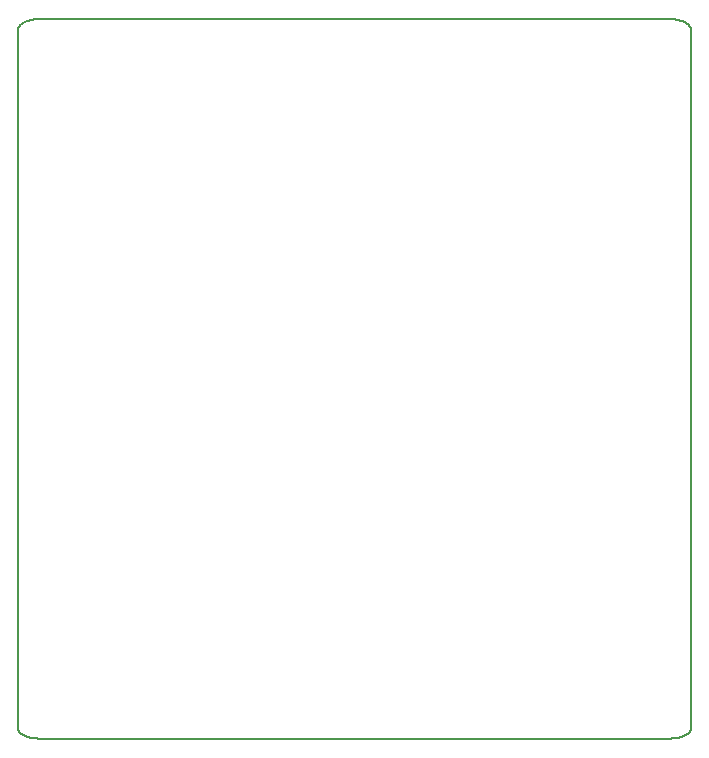
<source format=gm1>
G04 MADE WITH FRITZING*
G04 WWW.FRITZING.ORG*
G04 DOUBLE SIDED*
G04 HOLES PLATED*
G04 CONTOUR ON CENTER OF CONTOUR VECTOR*
%ASAXBY*%
%FSLAX23Y23*%
%MOIN*%
%OFA0B0*%
%SFA1.0B1.0*%
%ADD10C,0.005000*%
%ADD10C,0.008*%
%LNCONTOUR*%
G90*
G70*
G54D10*
G54D10*
X66Y2402D02*
X67Y2402D01*
X68Y2402D01*
X69Y2402D01*
X70Y2402D01*
X71Y2402D01*
X72Y2402D01*
X73Y2402D01*
X74Y2402D01*
X75Y2402D01*
X76Y2402D01*
X77Y2402D01*
X78Y2402D01*
X79Y2402D01*
X80Y2402D01*
X81Y2402D01*
X82Y2402D01*
X83Y2402D01*
X84Y2402D01*
X85Y2402D01*
X86Y2402D01*
X87Y2402D01*
X88Y2402D01*
X89Y2402D01*
X90Y2402D01*
X91Y2402D01*
X92Y2402D01*
X93Y2402D01*
X94Y2402D01*
X95Y2402D01*
X96Y2402D01*
X97Y2402D01*
X98Y2402D01*
X99Y2402D01*
X100Y2402D01*
X101Y2402D01*
X102Y2402D01*
X103Y2402D01*
X104Y2402D01*
X105Y2402D01*
X106Y2402D01*
X107Y2402D01*
X108Y2402D01*
X109Y2402D01*
X110Y2402D01*
X111Y2402D01*
X112Y2402D01*
X113Y2402D01*
X114Y2402D01*
X115Y2402D01*
X116Y2402D01*
X117Y2402D01*
X118Y2402D01*
X119Y2402D01*
X120Y2402D01*
X121Y2402D01*
X122Y2402D01*
X123Y2402D01*
X124Y2402D01*
X125Y2402D01*
X126Y2402D01*
X127Y2402D01*
X128Y2402D01*
X129Y2402D01*
X130Y2402D01*
X131Y2402D01*
X132Y2402D01*
X133Y2402D01*
X134Y2402D01*
X135Y2402D01*
X136Y2402D01*
X137Y2402D01*
X138Y2402D01*
X139Y2402D01*
X140Y2402D01*
X141Y2402D01*
X142Y2402D01*
X143Y2402D01*
X144Y2402D01*
X145Y2402D01*
X146Y2402D01*
X147Y2402D01*
X148Y2402D01*
X149Y2402D01*
X150Y2402D01*
X151Y2402D01*
X152Y2402D01*
X153Y2402D01*
X154Y2402D01*
X155Y2402D01*
X156Y2402D01*
X157Y2402D01*
X158Y2402D01*
X159Y2402D01*
X160Y2402D01*
X161Y2402D01*
X162Y2402D01*
X163Y2402D01*
X164Y2402D01*
X165Y2402D01*
X166Y2402D01*
X167Y2402D01*
X168Y2402D01*
X169Y2402D01*
X170Y2402D01*
X171Y2402D01*
X172Y2402D01*
X173Y2402D01*
X174Y2402D01*
X175Y2402D01*
X176Y2402D01*
X177Y2402D01*
X178Y2402D01*
X179Y2402D01*
X180Y2402D01*
X181Y2402D01*
X182Y2402D01*
X183Y2402D01*
X184Y2402D01*
X185Y2402D01*
X186Y2402D01*
X187Y2402D01*
X188Y2402D01*
X189Y2402D01*
X190Y2402D01*
X191Y2402D01*
X192Y2402D01*
X193Y2402D01*
X194Y2402D01*
X195Y2402D01*
X196Y2402D01*
X197Y2402D01*
X198Y2402D01*
X199Y2402D01*
X200Y2402D01*
X201Y2402D01*
X202Y2402D01*
X203Y2402D01*
X204Y2402D01*
X205Y2402D01*
X206Y2402D01*
X207Y2402D01*
X208Y2402D01*
X209Y2402D01*
X210Y2402D01*
X211Y2402D01*
X212Y2402D01*
X213Y2402D01*
X214Y2402D01*
X215Y2402D01*
X216Y2402D01*
X217Y2402D01*
X218Y2402D01*
X219Y2402D01*
X220Y2402D01*
X221Y2402D01*
X222Y2402D01*
X223Y2402D01*
X224Y2402D01*
X225Y2402D01*
X226Y2402D01*
X227Y2402D01*
X228Y2402D01*
X229Y2402D01*
X230Y2402D01*
X231Y2402D01*
X232Y2402D01*
X233Y2402D01*
X234Y2402D01*
X235Y2402D01*
X236Y2402D01*
X237Y2402D01*
X238Y2402D01*
X239Y2402D01*
X240Y2402D01*
X241Y2402D01*
X242Y2402D01*
X243Y2402D01*
X244Y2402D01*
X245Y2402D01*
X246Y2402D01*
X247Y2402D01*
X248Y2402D01*
X249Y2402D01*
X250Y2402D01*
X251Y2402D01*
X252Y2402D01*
X253Y2402D01*
X254Y2402D01*
X255Y2402D01*
X256Y2402D01*
X257Y2402D01*
X258Y2402D01*
X259Y2402D01*
X260Y2402D01*
X261Y2402D01*
X262Y2402D01*
X263Y2402D01*
X264Y2402D01*
X265Y2402D01*
X266Y2402D01*
X267Y2402D01*
X268Y2402D01*
X269Y2402D01*
X270Y2402D01*
X271Y2402D01*
X272Y2402D01*
X273Y2402D01*
X274Y2402D01*
X275Y2402D01*
X276Y2402D01*
X277Y2402D01*
X278Y2402D01*
X279Y2402D01*
X280Y2402D01*
X281Y2402D01*
X282Y2402D01*
X283Y2402D01*
X284Y2402D01*
X285Y2402D01*
X286Y2402D01*
X287Y2402D01*
X288Y2402D01*
X289Y2402D01*
X290Y2402D01*
X291Y2402D01*
X292Y2402D01*
X293Y2402D01*
X294Y2402D01*
X295Y2402D01*
X296Y2402D01*
X297Y2402D01*
X298Y2402D01*
X299Y2402D01*
X300Y2402D01*
X301Y2402D01*
X302Y2402D01*
X303Y2402D01*
X304Y2402D01*
X305Y2402D01*
X306Y2402D01*
X307Y2402D01*
X308Y2402D01*
X309Y2402D01*
X310Y2402D01*
X311Y2402D01*
X312Y2402D01*
X313Y2402D01*
X314Y2402D01*
X315Y2402D01*
X316Y2402D01*
X317Y2402D01*
X318Y2402D01*
X319Y2402D01*
X320Y2402D01*
X321Y2402D01*
X322Y2402D01*
X323Y2402D01*
X324Y2402D01*
X325Y2402D01*
X326Y2402D01*
X327Y2402D01*
X328Y2402D01*
X329Y2402D01*
X330Y2402D01*
X331Y2402D01*
X332Y2402D01*
X333Y2402D01*
X334Y2402D01*
X335Y2402D01*
X336Y2402D01*
X337Y2402D01*
X338Y2402D01*
X339Y2402D01*
X340Y2402D01*
X341Y2402D01*
X342Y2402D01*
X343Y2402D01*
X344Y2402D01*
X345Y2402D01*
X346Y2402D01*
X347Y2402D01*
X348Y2402D01*
X349Y2402D01*
X350Y2402D01*
X351Y2402D01*
X352Y2402D01*
X353Y2402D01*
X354Y2402D01*
X355Y2402D01*
X356Y2402D01*
X357Y2402D01*
X358Y2402D01*
X359Y2402D01*
X360Y2402D01*
X361Y2402D01*
X362Y2402D01*
X363Y2402D01*
X364Y2402D01*
X365Y2402D01*
X366Y2402D01*
X367Y2402D01*
X368Y2402D01*
X369Y2402D01*
X370Y2402D01*
X371Y2402D01*
X372Y2402D01*
X373Y2402D01*
X374Y2402D01*
X375Y2402D01*
X376Y2402D01*
X377Y2402D01*
X378Y2402D01*
X379Y2402D01*
X380Y2402D01*
X381Y2402D01*
X382Y2402D01*
X383Y2402D01*
X384Y2402D01*
X385Y2402D01*
X386Y2402D01*
X387Y2402D01*
X388Y2402D01*
X389Y2402D01*
X390Y2402D01*
X391Y2402D01*
X392Y2402D01*
X393Y2402D01*
X394Y2402D01*
X395Y2402D01*
X396Y2402D01*
X397Y2402D01*
X398Y2402D01*
X399Y2402D01*
X400Y2402D01*
X401Y2402D01*
X402Y2402D01*
X403Y2402D01*
X404Y2402D01*
X405Y2402D01*
X406Y2402D01*
X407Y2402D01*
X408Y2402D01*
X409Y2402D01*
X410Y2402D01*
X411Y2402D01*
X412Y2402D01*
X413Y2402D01*
X414Y2402D01*
X415Y2402D01*
X416Y2402D01*
X417Y2402D01*
X418Y2402D01*
X419Y2402D01*
X420Y2402D01*
X421Y2402D01*
X422Y2402D01*
X423Y2402D01*
X424Y2402D01*
X425Y2402D01*
X426Y2402D01*
X427Y2402D01*
X428Y2402D01*
X429Y2402D01*
X430Y2402D01*
X431Y2402D01*
X432Y2402D01*
X433Y2402D01*
X434Y2402D01*
X435Y2402D01*
X436Y2402D01*
X437Y2402D01*
X438Y2402D01*
X439Y2402D01*
X440Y2402D01*
X441Y2402D01*
X442Y2402D01*
X443Y2402D01*
X444Y2402D01*
X445Y2402D01*
X446Y2402D01*
X447Y2402D01*
X448Y2402D01*
X449Y2402D01*
X450Y2402D01*
X451Y2402D01*
X452Y2402D01*
X453Y2402D01*
X454Y2402D01*
X455Y2402D01*
X456Y2402D01*
X457Y2402D01*
X458Y2402D01*
X459Y2402D01*
X460Y2402D01*
X461Y2402D01*
X462Y2402D01*
X463Y2402D01*
X464Y2402D01*
X465Y2402D01*
X466Y2402D01*
X467Y2402D01*
X468Y2402D01*
X469Y2402D01*
X470Y2402D01*
X471Y2402D01*
X472Y2402D01*
X473Y2402D01*
X474Y2402D01*
X475Y2402D01*
X476Y2402D01*
X477Y2402D01*
X478Y2402D01*
X479Y2402D01*
X480Y2402D01*
X481Y2402D01*
X482Y2402D01*
X483Y2402D01*
X484Y2402D01*
X485Y2402D01*
X486Y2402D01*
X487Y2402D01*
X488Y2402D01*
X489Y2402D01*
X490Y2402D01*
X491Y2402D01*
X492Y2402D01*
X493Y2402D01*
X494Y2402D01*
X495Y2402D01*
X496Y2402D01*
X497Y2402D01*
X498Y2402D01*
X499Y2402D01*
X500Y2402D01*
X501Y2402D01*
X502Y2402D01*
X503Y2402D01*
X504Y2402D01*
X505Y2402D01*
X506Y2402D01*
X507Y2402D01*
X508Y2402D01*
X509Y2402D01*
X510Y2402D01*
X511Y2402D01*
X512Y2402D01*
X513Y2402D01*
X514Y2402D01*
X515Y2402D01*
X516Y2402D01*
X517Y2402D01*
X518Y2402D01*
X519Y2402D01*
X520Y2402D01*
X521Y2402D01*
X522Y2402D01*
X523Y2402D01*
X524Y2402D01*
X525Y2402D01*
X526Y2402D01*
X527Y2402D01*
X528Y2402D01*
X529Y2402D01*
X530Y2402D01*
X531Y2402D01*
X532Y2402D01*
X533Y2402D01*
X534Y2402D01*
X535Y2402D01*
X536Y2402D01*
X537Y2402D01*
X538Y2402D01*
X539Y2402D01*
X540Y2402D01*
X541Y2402D01*
X542Y2402D01*
X543Y2402D01*
X544Y2402D01*
X545Y2402D01*
X546Y2402D01*
X547Y2402D01*
X548Y2402D01*
X549Y2402D01*
X550Y2402D01*
X551Y2402D01*
X552Y2402D01*
X553Y2402D01*
X554Y2402D01*
X555Y2402D01*
X556Y2402D01*
X557Y2402D01*
X558Y2402D01*
X559Y2402D01*
X560Y2402D01*
X561Y2402D01*
X562Y2402D01*
X563Y2402D01*
X564Y2402D01*
X565Y2402D01*
X566Y2402D01*
X567Y2402D01*
X568Y2402D01*
X569Y2402D01*
X570Y2402D01*
X571Y2402D01*
X572Y2402D01*
X573Y2402D01*
X574Y2402D01*
X575Y2402D01*
X576Y2402D01*
X577Y2402D01*
X578Y2402D01*
X579Y2402D01*
X580Y2402D01*
X581Y2402D01*
X582Y2402D01*
X583Y2402D01*
X584Y2402D01*
X585Y2402D01*
X586Y2402D01*
X587Y2402D01*
X588Y2402D01*
X589Y2402D01*
X590Y2402D01*
X591Y2402D01*
X592Y2402D01*
X593Y2402D01*
X594Y2402D01*
X595Y2402D01*
X596Y2402D01*
X597Y2402D01*
X598Y2402D01*
X599Y2402D01*
X600Y2402D01*
X601Y2402D01*
X602Y2402D01*
X603Y2402D01*
X604Y2402D01*
X605Y2402D01*
X606Y2402D01*
X607Y2402D01*
X608Y2402D01*
X609Y2402D01*
X610Y2402D01*
X611Y2402D01*
X612Y2402D01*
X613Y2402D01*
X614Y2402D01*
X615Y2402D01*
X616Y2402D01*
X617Y2402D01*
X618Y2402D01*
X619Y2402D01*
X620Y2402D01*
X621Y2402D01*
X622Y2402D01*
X623Y2402D01*
X624Y2402D01*
X625Y2402D01*
X626Y2402D01*
X627Y2402D01*
X628Y2402D01*
X629Y2402D01*
X630Y2402D01*
X631Y2402D01*
X632Y2402D01*
X633Y2402D01*
X634Y2402D01*
X635Y2402D01*
X636Y2402D01*
X637Y2402D01*
X638Y2402D01*
X639Y2402D01*
X640Y2402D01*
X641Y2402D01*
X642Y2402D01*
X643Y2402D01*
X644Y2402D01*
X645Y2402D01*
X646Y2402D01*
X647Y2402D01*
X648Y2402D01*
X649Y2402D01*
X650Y2402D01*
X651Y2402D01*
X652Y2402D01*
X653Y2402D01*
X654Y2402D01*
X655Y2402D01*
X656Y2402D01*
X657Y2402D01*
X658Y2402D01*
X659Y2402D01*
X660Y2402D01*
X661Y2402D01*
X662Y2402D01*
X663Y2402D01*
X664Y2402D01*
X665Y2402D01*
X666Y2402D01*
X667Y2402D01*
X668Y2402D01*
X669Y2402D01*
X670Y2402D01*
X671Y2402D01*
X672Y2402D01*
X673Y2402D01*
X674Y2402D01*
X675Y2402D01*
X676Y2402D01*
X677Y2402D01*
X678Y2402D01*
X679Y2402D01*
X680Y2402D01*
X681Y2402D01*
X682Y2402D01*
X683Y2402D01*
X684Y2402D01*
X685Y2402D01*
X686Y2402D01*
X687Y2402D01*
X688Y2402D01*
X689Y2402D01*
X690Y2402D01*
X691Y2402D01*
X692Y2402D01*
X693Y2402D01*
X694Y2402D01*
X695Y2402D01*
X696Y2402D01*
X697Y2402D01*
X698Y2402D01*
X699Y2402D01*
X700Y2402D01*
X701Y2402D01*
X702Y2402D01*
X703Y2402D01*
X704Y2402D01*
X705Y2402D01*
X706Y2402D01*
X707Y2402D01*
X708Y2402D01*
X709Y2402D01*
X710Y2402D01*
X711Y2402D01*
X712Y2402D01*
X713Y2402D01*
X714Y2402D01*
X715Y2402D01*
X716Y2402D01*
X717Y2402D01*
X718Y2402D01*
X719Y2402D01*
X720Y2402D01*
X721Y2402D01*
X722Y2402D01*
X723Y2402D01*
X724Y2402D01*
X725Y2402D01*
X726Y2402D01*
X727Y2402D01*
X728Y2402D01*
X729Y2402D01*
X730Y2402D01*
X731Y2402D01*
X732Y2402D01*
X733Y2402D01*
X734Y2402D01*
X735Y2402D01*
X736Y2402D01*
X737Y2402D01*
X738Y2402D01*
X739Y2402D01*
X740Y2402D01*
X741Y2402D01*
X742Y2402D01*
X743Y2402D01*
X744Y2402D01*
X745Y2402D01*
X746Y2402D01*
X747Y2402D01*
X748Y2402D01*
X749Y2402D01*
X750Y2402D01*
X751Y2402D01*
X752Y2402D01*
X753Y2402D01*
X754Y2402D01*
X755Y2402D01*
X756Y2402D01*
X757Y2402D01*
X758Y2402D01*
X759Y2402D01*
X760Y2402D01*
X761Y2402D01*
X762Y2402D01*
X763Y2402D01*
X764Y2402D01*
X765Y2402D01*
X766Y2402D01*
X767Y2402D01*
X768Y2402D01*
X769Y2402D01*
X770Y2402D01*
X771Y2402D01*
X772Y2402D01*
X773Y2402D01*
X774Y2402D01*
X775Y2402D01*
X776Y2402D01*
X777Y2402D01*
X778Y2402D01*
X779Y2402D01*
X780Y2402D01*
X781Y2402D01*
X782Y2402D01*
X783Y2402D01*
X784Y2402D01*
X785Y2402D01*
X786Y2402D01*
X787Y2402D01*
X788Y2402D01*
X789Y2402D01*
X790Y2402D01*
X791Y2402D01*
X792Y2402D01*
X793Y2402D01*
X794Y2402D01*
X795Y2402D01*
X796Y2402D01*
X797Y2402D01*
X798Y2402D01*
X799Y2402D01*
X800Y2402D01*
X801Y2402D01*
X802Y2402D01*
X803Y2402D01*
X804Y2402D01*
X805Y2402D01*
X806Y2402D01*
X807Y2402D01*
X808Y2402D01*
X809Y2402D01*
X810Y2402D01*
X811Y2402D01*
X812Y2402D01*
X813Y2402D01*
X814Y2402D01*
X815Y2402D01*
X816Y2402D01*
X817Y2402D01*
X818Y2402D01*
X819Y2402D01*
X820Y2402D01*
X821Y2402D01*
X822Y2402D01*
X823Y2402D01*
X824Y2402D01*
X825Y2402D01*
X826Y2402D01*
X827Y2402D01*
X828Y2402D01*
X829Y2402D01*
X830Y2402D01*
X831Y2402D01*
X832Y2402D01*
X833Y2402D01*
X834Y2402D01*
X835Y2402D01*
X836Y2402D01*
X837Y2402D01*
X838Y2402D01*
X839Y2402D01*
X840Y2402D01*
X841Y2402D01*
X842Y2402D01*
X843Y2402D01*
X844Y2402D01*
X845Y2402D01*
X846Y2402D01*
X847Y2402D01*
X848Y2402D01*
X849Y2402D01*
X850Y2402D01*
X851Y2402D01*
X852Y2402D01*
X853Y2402D01*
X854Y2402D01*
X855Y2402D01*
X856Y2402D01*
X857Y2402D01*
X858Y2402D01*
X859Y2402D01*
X860Y2402D01*
X861Y2402D01*
X862Y2402D01*
X863Y2402D01*
X864Y2402D01*
X865Y2402D01*
X866Y2402D01*
X867Y2402D01*
X868Y2402D01*
X869Y2402D01*
X870Y2402D01*
X871Y2402D01*
X872Y2402D01*
X873Y2402D01*
X874Y2402D01*
X875Y2402D01*
X876Y2402D01*
X877Y2402D01*
X878Y2402D01*
X879Y2402D01*
X880Y2402D01*
X881Y2402D01*
X882Y2402D01*
X883Y2402D01*
X884Y2402D01*
X885Y2402D01*
X886Y2402D01*
X887Y2402D01*
X888Y2402D01*
X889Y2402D01*
X890Y2402D01*
X891Y2402D01*
X892Y2402D01*
X893Y2402D01*
X894Y2402D01*
X895Y2402D01*
X896Y2402D01*
X897Y2402D01*
X898Y2402D01*
X899Y2402D01*
X900Y2402D01*
X901Y2402D01*
X902Y2402D01*
X903Y2402D01*
X904Y2402D01*
X905Y2402D01*
X906Y2402D01*
X907Y2402D01*
X908Y2402D01*
X909Y2402D01*
X910Y2402D01*
X911Y2402D01*
X912Y2402D01*
X913Y2402D01*
X914Y2402D01*
X915Y2402D01*
X916Y2402D01*
X917Y2402D01*
X918Y2402D01*
X919Y2402D01*
X920Y2402D01*
X921Y2402D01*
X922Y2402D01*
X923Y2402D01*
X924Y2402D01*
X925Y2402D01*
X926Y2402D01*
X927Y2402D01*
X928Y2402D01*
X929Y2402D01*
X930Y2402D01*
X931Y2402D01*
X932Y2402D01*
X933Y2402D01*
X934Y2402D01*
X935Y2402D01*
X936Y2402D01*
X937Y2402D01*
X938Y2402D01*
X939Y2402D01*
X940Y2402D01*
X941Y2402D01*
X942Y2402D01*
X943Y2402D01*
X944Y2402D01*
X945Y2402D01*
X946Y2402D01*
X947Y2402D01*
X948Y2402D01*
X949Y2402D01*
X950Y2402D01*
X951Y2402D01*
X952Y2402D01*
X953Y2402D01*
X954Y2402D01*
X955Y2402D01*
X956Y2402D01*
X957Y2402D01*
X958Y2402D01*
X959Y2402D01*
X960Y2402D01*
X961Y2402D01*
X962Y2402D01*
X963Y2402D01*
X964Y2402D01*
X965Y2402D01*
X966Y2402D01*
X967Y2402D01*
X968Y2402D01*
X969Y2402D01*
X970Y2402D01*
X971Y2402D01*
X972Y2402D01*
X973Y2402D01*
X974Y2402D01*
X975Y2402D01*
X976Y2402D01*
X977Y2402D01*
X978Y2402D01*
X979Y2402D01*
X980Y2402D01*
X981Y2402D01*
X982Y2402D01*
X983Y2402D01*
X984Y2402D01*
X985Y2402D01*
X986Y2402D01*
X987Y2402D01*
X988Y2402D01*
X989Y2402D01*
X990Y2402D01*
X991Y2402D01*
X992Y2402D01*
X993Y2402D01*
X994Y2402D01*
X995Y2402D01*
X996Y2402D01*
X997Y2402D01*
X998Y2402D01*
X999Y2402D01*
X1000Y2402D01*
X1001Y2402D01*
X1002Y2402D01*
X1003Y2402D01*
X1004Y2402D01*
X1005Y2402D01*
X1006Y2402D01*
X1007Y2402D01*
X1008Y2402D01*
X1009Y2402D01*
X1010Y2402D01*
X1011Y2402D01*
X1012Y2402D01*
X1013Y2402D01*
X1014Y2402D01*
X1015Y2402D01*
X1016Y2402D01*
X1017Y2402D01*
X1018Y2402D01*
X1019Y2402D01*
X1020Y2402D01*
X1021Y2402D01*
X1022Y2402D01*
X1023Y2402D01*
X1024Y2402D01*
X1025Y2402D01*
X1026Y2402D01*
X1027Y2402D01*
X1028Y2402D01*
X1029Y2402D01*
X1030Y2402D01*
X1031Y2402D01*
X1032Y2402D01*
X1033Y2402D01*
X1034Y2402D01*
X1035Y2402D01*
X1036Y2402D01*
X1037Y2402D01*
X1038Y2402D01*
X1039Y2402D01*
X1040Y2402D01*
X1041Y2402D01*
X1042Y2402D01*
X1043Y2402D01*
X1044Y2402D01*
X1045Y2402D01*
X1046Y2402D01*
X1047Y2402D01*
X1048Y2402D01*
X1049Y2402D01*
X1050Y2402D01*
X1051Y2402D01*
X1052Y2402D01*
X1053Y2402D01*
X1054Y2402D01*
X1055Y2402D01*
X1056Y2402D01*
X1057Y2402D01*
X1058Y2402D01*
X1059Y2402D01*
X1060Y2402D01*
X1061Y2402D01*
X1062Y2402D01*
X1063Y2402D01*
X1064Y2402D01*
X1065Y2402D01*
X1066Y2402D01*
X1067Y2402D01*
X1068Y2402D01*
X1069Y2402D01*
X1070Y2402D01*
X1071Y2402D01*
X1072Y2402D01*
X1073Y2402D01*
X1074Y2402D01*
X1075Y2402D01*
X1076Y2402D01*
X1077Y2402D01*
X1078Y2402D01*
X1079Y2402D01*
X1080Y2402D01*
X1081Y2402D01*
X1082Y2402D01*
X1083Y2402D01*
X1084Y2402D01*
X1085Y2402D01*
X1086Y2402D01*
X1087Y2402D01*
X1088Y2402D01*
X1089Y2402D01*
X1090Y2402D01*
X1091Y2402D01*
X1092Y2402D01*
X1093Y2402D01*
X1094Y2402D01*
X1095Y2402D01*
X1096Y2402D01*
X1097Y2402D01*
X1098Y2402D01*
X1099Y2402D01*
X1100Y2402D01*
X1101Y2402D01*
X1102Y2402D01*
X1103Y2402D01*
X1104Y2402D01*
X1105Y2402D01*
X1106Y2402D01*
X1107Y2402D01*
X1108Y2402D01*
X1109Y2402D01*
X1110Y2402D01*
X1111Y2402D01*
X1112Y2402D01*
X1113Y2402D01*
X1114Y2402D01*
X1115Y2402D01*
X1116Y2402D01*
X1117Y2402D01*
X1118Y2402D01*
X1119Y2402D01*
X1120Y2402D01*
X1121Y2402D01*
X1122Y2402D01*
X1123Y2402D01*
X1124Y2402D01*
X1125Y2402D01*
X1126Y2402D01*
X1127Y2402D01*
X1128Y2402D01*
X1129Y2402D01*
X1130Y2402D01*
X1131Y2402D01*
X1132Y2402D01*
X1133Y2402D01*
X1134Y2402D01*
X1135Y2402D01*
X1136Y2402D01*
X1137Y2402D01*
X1138Y2402D01*
X1139Y2402D01*
X1140Y2402D01*
X1141Y2402D01*
X1142Y2402D01*
X1143Y2402D01*
X1144Y2402D01*
X1145Y2402D01*
X1146Y2402D01*
X1147Y2402D01*
X1148Y2402D01*
X1149Y2402D01*
X1150Y2402D01*
X1151Y2402D01*
X1152Y2402D01*
X1153Y2402D01*
X1154Y2402D01*
X1155Y2402D01*
X1156Y2402D01*
X1157Y2402D01*
X1158Y2402D01*
X1159Y2402D01*
X1160Y2402D01*
X1161Y2402D01*
X1162Y2402D01*
X1163Y2402D01*
X1164Y2402D01*
X1165Y2402D01*
X1166Y2402D01*
X1167Y2402D01*
X1168Y2402D01*
X1169Y2402D01*
X1170Y2402D01*
X1171Y2402D01*
X1172Y2402D01*
X1173Y2402D01*
X1174Y2402D01*
X1175Y2402D01*
X1176Y2402D01*
X1177Y2402D01*
X1178Y2402D01*
X1179Y2402D01*
X1180Y2402D01*
X1181Y2402D01*
X1182Y2402D01*
X1183Y2402D01*
X1184Y2402D01*
X1185Y2402D01*
X1186Y2402D01*
X1187Y2402D01*
X1188Y2402D01*
X1189Y2402D01*
X1190Y2402D01*
X1191Y2402D01*
X1192Y2402D01*
X1193Y2402D01*
X1194Y2402D01*
X1195Y2402D01*
X1196Y2402D01*
X1197Y2402D01*
X1198Y2402D01*
X1199Y2402D01*
X1200Y2402D01*
X1201Y2402D01*
X1202Y2402D01*
X1203Y2402D01*
X1204Y2402D01*
X1205Y2402D01*
X1206Y2402D01*
X1207Y2402D01*
X1208Y2402D01*
X1209Y2402D01*
X1210Y2402D01*
X1211Y2402D01*
X1212Y2402D01*
X1213Y2402D01*
X1214Y2402D01*
X1215Y2402D01*
X1216Y2402D01*
X1217Y2402D01*
X1218Y2402D01*
X1219Y2402D01*
X1220Y2402D01*
X1221Y2402D01*
X1222Y2402D01*
X1223Y2402D01*
X1224Y2402D01*
X1225Y2402D01*
X1226Y2402D01*
X1227Y2402D01*
X1228Y2402D01*
X1229Y2402D01*
X1230Y2402D01*
X1231Y2402D01*
X1232Y2402D01*
X1233Y2402D01*
X1234Y2402D01*
X1235Y2402D01*
X1236Y2402D01*
X1237Y2402D01*
X1238Y2402D01*
X1239Y2402D01*
X1240Y2402D01*
X1241Y2402D01*
X1242Y2402D01*
X1243Y2402D01*
X1244Y2402D01*
X1245Y2402D01*
X1246Y2402D01*
X1247Y2402D01*
X1248Y2402D01*
X1249Y2402D01*
X1250Y2402D01*
X1251Y2402D01*
X1252Y2402D01*
X1253Y2402D01*
X1254Y2402D01*
X1255Y2402D01*
X1256Y2402D01*
X1257Y2402D01*
X1258Y2402D01*
X1259Y2402D01*
X1260Y2402D01*
X1261Y2402D01*
X1262Y2402D01*
X1263Y2402D01*
X1264Y2402D01*
X1265Y2402D01*
X1266Y2402D01*
X1267Y2402D01*
X1268Y2402D01*
X1269Y2402D01*
X1270Y2402D01*
X1271Y2402D01*
X1272Y2402D01*
X1273Y2402D01*
X1274Y2402D01*
X1275Y2402D01*
X1276Y2402D01*
X1277Y2402D01*
X1278Y2402D01*
X1279Y2402D01*
X1280Y2402D01*
X1281Y2402D01*
X1282Y2402D01*
X1283Y2402D01*
X1284Y2402D01*
X1285Y2402D01*
X1286Y2402D01*
X1287Y2402D01*
X1288Y2402D01*
X1289Y2402D01*
X1290Y2402D01*
X1291Y2402D01*
X1292Y2402D01*
X1293Y2402D01*
X1294Y2402D01*
X1295Y2402D01*
X1296Y2402D01*
X1297Y2402D01*
X1298Y2402D01*
X1299Y2402D01*
X1300Y2402D01*
X1301Y2402D01*
X1302Y2402D01*
X1303Y2402D01*
X1304Y2402D01*
X1305Y2402D01*
X1306Y2402D01*
X1307Y2402D01*
X1308Y2402D01*
X1309Y2402D01*
X1310Y2402D01*
X1311Y2402D01*
X1312Y2402D01*
X1313Y2402D01*
X1314Y2402D01*
X1315Y2402D01*
X1316Y2402D01*
X1317Y2402D01*
X1318Y2402D01*
X1319Y2402D01*
X1320Y2402D01*
X1321Y2402D01*
X1322Y2402D01*
X1323Y2402D01*
X1324Y2402D01*
X1325Y2402D01*
X1326Y2402D01*
X1327Y2402D01*
X1328Y2402D01*
X1329Y2402D01*
X1330Y2402D01*
X1331Y2402D01*
X1332Y2402D01*
X1333Y2402D01*
X1334Y2402D01*
X1335Y2402D01*
X1336Y2402D01*
X1337Y2402D01*
X1338Y2402D01*
X1339Y2402D01*
X1340Y2402D01*
X1341Y2402D01*
X1342Y2402D01*
X1343Y2402D01*
X1344Y2402D01*
X1345Y2402D01*
X1346Y2402D01*
X1347Y2402D01*
X1348Y2402D01*
X1349Y2402D01*
X1350Y2402D01*
X1351Y2402D01*
X1352Y2402D01*
X1353Y2402D01*
X1354Y2402D01*
X1355Y2402D01*
X1356Y2402D01*
X1357Y2402D01*
X1358Y2402D01*
X1359Y2402D01*
X1360Y2402D01*
X1361Y2402D01*
X1362Y2402D01*
X1363Y2402D01*
X1364Y2402D01*
X1365Y2402D01*
X1366Y2402D01*
X1367Y2402D01*
X1368Y2402D01*
X1369Y2402D01*
X1370Y2402D01*
X1371Y2402D01*
X1372Y2402D01*
X1373Y2402D01*
X1374Y2402D01*
X1375Y2402D01*
X1376Y2402D01*
X1377Y2402D01*
X1378Y2402D01*
X1379Y2402D01*
X1380Y2402D01*
X1381Y2402D01*
X1382Y2402D01*
X1383Y2402D01*
X1384Y2402D01*
X1385Y2402D01*
X1386Y2402D01*
X1387Y2402D01*
X1388Y2402D01*
X1389Y2402D01*
X1390Y2402D01*
X1391Y2402D01*
X1392Y2402D01*
X1393Y2402D01*
X1394Y2402D01*
X1395Y2402D01*
X1396Y2402D01*
X1397Y2402D01*
X1398Y2402D01*
X1399Y2402D01*
X1400Y2402D01*
X1401Y2402D01*
X1402Y2402D01*
X1403Y2402D01*
X1404Y2402D01*
X1405Y2402D01*
X1406Y2402D01*
X1407Y2402D01*
X1408Y2402D01*
X1409Y2402D01*
X1410Y2402D01*
X1411Y2402D01*
X1412Y2402D01*
X1413Y2402D01*
X1414Y2402D01*
X1415Y2402D01*
X1416Y2402D01*
X1417Y2402D01*
X1418Y2402D01*
X1419Y2402D01*
X1420Y2402D01*
X1421Y2402D01*
X1422Y2402D01*
X1423Y2402D01*
X1424Y2402D01*
X1425Y2402D01*
X1426Y2402D01*
X1427Y2402D01*
X1428Y2402D01*
X1429Y2402D01*
X1430Y2402D01*
X1431Y2402D01*
X1432Y2402D01*
X1433Y2402D01*
X1434Y2402D01*
X1435Y2402D01*
X1436Y2402D01*
X1437Y2402D01*
X1438Y2402D01*
X1439Y2402D01*
X1440Y2402D01*
X1441Y2402D01*
X1442Y2402D01*
X1443Y2402D01*
X1444Y2402D01*
X1445Y2402D01*
X1446Y2402D01*
X1447Y2402D01*
X1448Y2402D01*
X1449Y2402D01*
X1450Y2402D01*
X1451Y2402D01*
X1452Y2402D01*
X1453Y2402D01*
X1454Y2402D01*
X1455Y2402D01*
X1456Y2402D01*
X1457Y2402D01*
X1458Y2402D01*
X1459Y2402D01*
X1460Y2402D01*
X1461Y2402D01*
X1462Y2402D01*
X1463Y2402D01*
X1464Y2402D01*
X1465Y2402D01*
X1466Y2402D01*
X1467Y2402D01*
X1468Y2402D01*
X1469Y2402D01*
X1470Y2402D01*
X1471Y2402D01*
X1472Y2402D01*
X1473Y2402D01*
X1474Y2402D01*
X1475Y2402D01*
X1476Y2402D01*
X1477Y2402D01*
X1478Y2402D01*
X1479Y2402D01*
X1480Y2402D01*
X1481Y2402D01*
X1482Y2402D01*
X1483Y2402D01*
X1484Y2402D01*
X1485Y2402D01*
X1486Y2402D01*
X1487Y2402D01*
X1488Y2402D01*
X1489Y2402D01*
X1490Y2402D01*
X1491Y2402D01*
X1492Y2402D01*
X1493Y2402D01*
X1494Y2402D01*
X1495Y2402D01*
X1496Y2402D01*
X1497Y2402D01*
X1498Y2402D01*
X1499Y2402D01*
X1500Y2402D01*
X1501Y2402D01*
X1502Y2402D01*
X1503Y2402D01*
X1504Y2402D01*
X1505Y2402D01*
X1506Y2402D01*
X1507Y2402D01*
X1508Y2402D01*
X1509Y2402D01*
X1510Y2402D01*
X1511Y2402D01*
X1512Y2402D01*
X1513Y2402D01*
X1514Y2402D01*
X1515Y2402D01*
X1516Y2402D01*
X1517Y2402D01*
X1518Y2402D01*
X1519Y2402D01*
X1520Y2402D01*
X1521Y2402D01*
X1522Y2402D01*
X1523Y2402D01*
X1524Y2402D01*
X1525Y2402D01*
X1526Y2402D01*
X1527Y2402D01*
X1528Y2402D01*
X1529Y2402D01*
X1530Y2402D01*
X1531Y2402D01*
X1532Y2402D01*
X1533Y2402D01*
X1534Y2402D01*
X1535Y2402D01*
X1536Y2402D01*
X1537Y2402D01*
X1538Y2402D01*
X1539Y2402D01*
X1540Y2402D01*
X1541Y2402D01*
X1542Y2402D01*
X1543Y2402D01*
X1544Y2402D01*
X1545Y2402D01*
X1546Y2402D01*
X1547Y2402D01*
X1548Y2402D01*
X1549Y2402D01*
X1550Y2402D01*
X1551Y2402D01*
X1552Y2402D01*
X1553Y2402D01*
X1554Y2402D01*
X1555Y2402D01*
X1556Y2402D01*
X1557Y2402D01*
X1558Y2402D01*
X1559Y2402D01*
X1560Y2402D01*
X1561Y2402D01*
X1562Y2402D01*
X1563Y2402D01*
X1564Y2402D01*
X1565Y2402D01*
X1566Y2402D01*
X1567Y2402D01*
X1568Y2402D01*
X1569Y2402D01*
X1570Y2402D01*
X1571Y2402D01*
X1572Y2402D01*
X1573Y2402D01*
X1574Y2402D01*
X1575Y2402D01*
X1576Y2402D01*
X1577Y2402D01*
X1578Y2402D01*
X1579Y2402D01*
X1580Y2402D01*
X1581Y2402D01*
X1582Y2402D01*
X1583Y2402D01*
X1584Y2402D01*
X1585Y2402D01*
X1586Y2402D01*
X1587Y2402D01*
X1588Y2402D01*
X1589Y2402D01*
X1590Y2402D01*
X1591Y2402D01*
X1592Y2402D01*
X1593Y2402D01*
X1594Y2402D01*
X1595Y2402D01*
X1596Y2402D01*
X1597Y2402D01*
X1598Y2402D01*
X1599Y2402D01*
X1600Y2402D01*
X1601Y2402D01*
X1602Y2402D01*
X1603Y2402D01*
X1604Y2402D01*
X1605Y2402D01*
X1606Y2402D01*
X1607Y2402D01*
X1608Y2402D01*
X1609Y2402D01*
X1610Y2402D01*
X1611Y2402D01*
X1612Y2402D01*
X1613Y2402D01*
X1614Y2402D01*
X1615Y2402D01*
X1616Y2402D01*
X1617Y2402D01*
X1618Y2402D01*
X1619Y2402D01*
X1620Y2402D01*
X1621Y2402D01*
X1622Y2402D01*
X1623Y2402D01*
X1624Y2402D01*
X1625Y2402D01*
X1626Y2402D01*
X1627Y2402D01*
X1628Y2402D01*
X1629Y2402D01*
X1630Y2402D01*
X1631Y2402D01*
X1632Y2402D01*
X1633Y2402D01*
X1634Y2402D01*
X1635Y2402D01*
X1636Y2402D01*
X1637Y2402D01*
X1638Y2402D01*
X1639Y2402D01*
X1640Y2402D01*
X1641Y2402D01*
X1642Y2402D01*
X1643Y2402D01*
X1644Y2402D01*
X1645Y2402D01*
X1646Y2402D01*
X1647Y2402D01*
X1648Y2402D01*
X1649Y2402D01*
X1650Y2402D01*
X1651Y2402D01*
X1652Y2402D01*
X1653Y2402D01*
X1654Y2402D01*
X1655Y2402D01*
X1656Y2402D01*
X1657Y2402D01*
X1658Y2402D01*
X1659Y2402D01*
X1660Y2402D01*
X1661Y2402D01*
X1662Y2402D01*
X1663Y2402D01*
X1664Y2402D01*
X1665Y2402D01*
X1666Y2402D01*
X1667Y2402D01*
X1668Y2402D01*
X1669Y2402D01*
X1670Y2402D01*
X1671Y2402D01*
X1672Y2402D01*
X1673Y2402D01*
X1674Y2402D01*
X1675Y2402D01*
X1676Y2402D01*
X1677Y2402D01*
X1678Y2402D01*
X1679Y2402D01*
X1680Y2402D01*
X1681Y2402D01*
X1682Y2402D01*
X1683Y2402D01*
X1684Y2402D01*
X1685Y2402D01*
X1686Y2402D01*
X1687Y2402D01*
X1688Y2402D01*
X1689Y2402D01*
X1690Y2402D01*
X1691Y2402D01*
X1692Y2402D01*
X1693Y2402D01*
X1694Y2402D01*
X1695Y2402D01*
X1696Y2402D01*
X1697Y2402D01*
X1698Y2402D01*
X1699Y2402D01*
X1700Y2402D01*
X1701Y2402D01*
X1702Y2402D01*
X1703Y2402D01*
X1704Y2402D01*
X1705Y2402D01*
X1706Y2402D01*
X1707Y2402D01*
X1708Y2402D01*
X1709Y2402D01*
X1710Y2402D01*
X1711Y2402D01*
X1712Y2402D01*
X1713Y2402D01*
X1714Y2402D01*
X1715Y2402D01*
X1716Y2402D01*
X1717Y2402D01*
X1718Y2402D01*
X1719Y2402D01*
X1720Y2402D01*
X1721Y2402D01*
X1722Y2402D01*
X1723Y2402D01*
X1724Y2402D01*
X1725Y2402D01*
X1726Y2402D01*
X1727Y2402D01*
X1728Y2402D01*
X1729Y2402D01*
X1730Y2402D01*
X1731Y2402D01*
X1732Y2402D01*
X1733Y2402D01*
X1734Y2402D01*
X1735Y2402D01*
X1736Y2402D01*
X1737Y2402D01*
X1738Y2402D01*
X1739Y2402D01*
X1740Y2402D01*
X1741Y2402D01*
X1742Y2402D01*
X1743Y2402D01*
X1744Y2402D01*
X1745Y2402D01*
X1746Y2402D01*
X1747Y2402D01*
X1748Y2402D01*
X1749Y2402D01*
X1750Y2402D01*
X1751Y2402D01*
X1752Y2402D01*
X1753Y2402D01*
X1754Y2402D01*
X1755Y2402D01*
X1756Y2402D01*
X1757Y2402D01*
X1758Y2402D01*
X1759Y2402D01*
X1760Y2402D01*
X1761Y2402D01*
X1762Y2402D01*
X1763Y2402D01*
X1764Y2402D01*
X1765Y2402D01*
X1766Y2402D01*
X1767Y2402D01*
X1768Y2402D01*
X1769Y2402D01*
X1770Y2402D01*
X1771Y2402D01*
X1772Y2402D01*
X1773Y2402D01*
X1774Y2402D01*
X1775Y2402D01*
X1776Y2402D01*
X1777Y2402D01*
X1778Y2402D01*
X1779Y2402D01*
X1780Y2402D01*
X1781Y2402D01*
X1782Y2402D01*
X1783Y2402D01*
X1784Y2402D01*
X1785Y2402D01*
X1786Y2402D01*
X1787Y2402D01*
X1788Y2402D01*
X1789Y2402D01*
X1790Y2402D01*
X1791Y2402D01*
X1792Y2402D01*
X1793Y2402D01*
X1794Y2402D01*
X1795Y2402D01*
X1796Y2402D01*
X1797Y2402D01*
X1798Y2402D01*
X1799Y2402D01*
X1800Y2402D01*
X1801Y2402D01*
X1802Y2402D01*
X1803Y2402D01*
X1804Y2402D01*
X1805Y2402D01*
X1806Y2402D01*
X1807Y2402D01*
X1808Y2402D01*
X1809Y2402D01*
X1810Y2402D01*
X1811Y2402D01*
X1812Y2402D01*
X1813Y2402D01*
X1814Y2402D01*
X1815Y2402D01*
X1816Y2402D01*
X1817Y2402D01*
X1818Y2402D01*
X1819Y2402D01*
X1820Y2402D01*
X1821Y2402D01*
X1822Y2402D01*
X1823Y2402D01*
X1824Y2402D01*
X1825Y2402D01*
X1826Y2402D01*
X1827Y2402D01*
X1828Y2402D01*
X1829Y2402D01*
X1830Y2402D01*
X1831Y2402D01*
X1832Y2402D01*
X1833Y2402D01*
X1834Y2402D01*
X1835Y2402D01*
X1836Y2402D01*
X1837Y2402D01*
X1838Y2402D01*
X1839Y2402D01*
X1840Y2402D01*
X1841Y2402D01*
X1842Y2402D01*
X1843Y2402D01*
X1844Y2402D01*
X1845Y2402D01*
X1846Y2402D01*
X1847Y2402D01*
X1848Y2402D01*
X1849Y2402D01*
X1850Y2402D01*
X1851Y2402D01*
X1852Y2402D01*
X1853Y2402D01*
X1854Y2402D01*
X1855Y2402D01*
X1856Y2402D01*
X1857Y2402D01*
X1858Y2402D01*
X1859Y2402D01*
X1860Y2402D01*
X1861Y2402D01*
X1862Y2402D01*
X1863Y2402D01*
X1864Y2402D01*
X1865Y2402D01*
X1866Y2402D01*
X1867Y2402D01*
X1868Y2402D01*
X1869Y2402D01*
X1870Y2402D01*
X1871Y2402D01*
X1872Y2402D01*
X1873Y2402D01*
X1874Y2402D01*
X1875Y2402D01*
X1876Y2402D01*
X1877Y2402D01*
X1878Y2402D01*
X1879Y2402D01*
X1880Y2402D01*
X1881Y2402D01*
X1882Y2402D01*
X1883Y2402D01*
X1884Y2402D01*
X1885Y2402D01*
X1886Y2402D01*
X1887Y2402D01*
X1888Y2402D01*
X1889Y2402D01*
X1890Y2402D01*
X1891Y2402D01*
X1892Y2402D01*
X1893Y2402D01*
X1894Y2402D01*
X1895Y2402D01*
X1896Y2402D01*
X1897Y2402D01*
X1898Y2402D01*
X1899Y2402D01*
X1900Y2402D01*
X1901Y2402D01*
X1902Y2402D01*
X1903Y2402D01*
X1904Y2402D01*
X1905Y2402D01*
X1906Y2402D01*
X1907Y2402D01*
X1908Y2402D01*
X1909Y2402D01*
X1910Y2402D01*
X1911Y2402D01*
X1912Y2402D01*
X1913Y2402D01*
X1914Y2402D01*
X1915Y2402D01*
X1916Y2402D01*
X1917Y2402D01*
X1918Y2402D01*
X1919Y2402D01*
X1920Y2402D01*
X1921Y2402D01*
X1922Y2402D01*
X1923Y2402D01*
X1924Y2402D01*
X1925Y2402D01*
X1926Y2402D01*
X1927Y2402D01*
X1928Y2402D01*
X1929Y2402D01*
X1930Y2402D01*
X1931Y2402D01*
X1932Y2402D01*
X1933Y2402D01*
X1934Y2402D01*
X1935Y2402D01*
X1936Y2402D01*
X1937Y2402D01*
X1938Y2402D01*
X1939Y2402D01*
X1940Y2402D01*
X1941Y2402D01*
X1942Y2402D01*
X1943Y2402D01*
X1944Y2402D01*
X1945Y2402D01*
X1946Y2402D01*
X1947Y2402D01*
X1948Y2402D01*
X1949Y2402D01*
X1950Y2402D01*
X1951Y2402D01*
X1952Y2402D01*
X1953Y2402D01*
X1954Y2402D01*
X1955Y2402D01*
X1956Y2402D01*
X1957Y2402D01*
X1958Y2402D01*
X1959Y2402D01*
X1960Y2402D01*
X1961Y2402D01*
X1962Y2402D01*
X1963Y2402D01*
X1964Y2402D01*
X1965Y2402D01*
X1966Y2402D01*
X1967Y2402D01*
X1968Y2402D01*
X1969Y2402D01*
X1970Y2402D01*
X1971Y2402D01*
X1972Y2402D01*
X1973Y2402D01*
X1974Y2402D01*
X1975Y2402D01*
X1976Y2402D01*
X1977Y2402D01*
X1978Y2402D01*
X1979Y2402D01*
X1980Y2402D01*
X1981Y2402D01*
X1982Y2402D01*
X1983Y2402D01*
X1984Y2402D01*
X1985Y2402D01*
X1986Y2402D01*
X1987Y2402D01*
X1988Y2402D01*
X1989Y2402D01*
X1990Y2402D01*
X1991Y2402D01*
X1992Y2402D01*
X1993Y2402D01*
X1994Y2402D01*
X1995Y2402D01*
X1996Y2402D01*
X1997Y2402D01*
X1998Y2402D01*
X1999Y2402D01*
X2000Y2402D01*
X2001Y2402D01*
X2002Y2402D01*
X2003Y2402D01*
X2004Y2402D01*
X2005Y2402D01*
X2006Y2402D01*
X2007Y2402D01*
X2008Y2402D01*
X2009Y2402D01*
X2010Y2402D01*
X2011Y2402D01*
X2012Y2402D01*
X2013Y2402D01*
X2014Y2402D01*
X2015Y2402D01*
X2016Y2402D01*
X2017Y2402D01*
X2018Y2402D01*
X2019Y2402D01*
X2020Y2402D01*
X2021Y2402D01*
X2022Y2402D01*
X2023Y2402D01*
X2024Y2402D01*
X2025Y2402D01*
X2026Y2402D01*
X2027Y2402D01*
X2028Y2402D01*
X2029Y2402D01*
X2030Y2402D01*
X2031Y2402D01*
X2032Y2402D01*
X2033Y2402D01*
X2034Y2402D01*
X2035Y2402D01*
X2036Y2402D01*
X2037Y2402D01*
X2038Y2402D01*
X2039Y2402D01*
X2040Y2402D01*
X2041Y2402D01*
X2042Y2402D01*
X2043Y2402D01*
X2044Y2402D01*
X2045Y2402D01*
X2046Y2402D01*
X2047Y2402D01*
X2048Y2402D01*
X2049Y2402D01*
X2050Y2402D01*
X2051Y2402D01*
X2052Y2402D01*
X2053Y2402D01*
X2054Y2402D01*
X2055Y2402D01*
X2056Y2402D01*
X2057Y2402D01*
X2058Y2402D01*
X2059Y2402D01*
X2060Y2402D01*
X2061Y2402D01*
X2062Y2402D01*
X2063Y2402D01*
X2064Y2402D01*
X2065Y2402D01*
X2066Y2402D01*
X2067Y2402D01*
X2068Y2402D01*
X2069Y2402D01*
X2070Y2402D01*
X2071Y2402D01*
X2072Y2402D01*
X2073Y2402D01*
X2074Y2402D01*
X2075Y2402D01*
X2076Y2402D01*
X2077Y2402D01*
X2078Y2402D01*
X2079Y2402D01*
X2080Y2402D01*
X2081Y2402D01*
X2082Y2402D01*
X2083Y2402D01*
X2084Y2402D01*
X2085Y2402D01*
X2086Y2402D01*
X2087Y2402D01*
X2088Y2402D01*
X2089Y2402D01*
X2090Y2402D01*
X2091Y2402D01*
X2092Y2402D01*
X2093Y2402D01*
X2094Y2402D01*
X2095Y2402D01*
X2096Y2402D01*
X2097Y2402D01*
X2098Y2402D01*
X2099Y2402D01*
X2100Y2402D01*
X2101Y2402D01*
X2102Y2402D01*
X2103Y2402D01*
X2104Y2402D01*
X2105Y2402D01*
X2106Y2402D01*
X2107Y2402D01*
X2108Y2402D01*
X2109Y2402D01*
X2110Y2402D01*
X2111Y2402D01*
X2112Y2402D01*
X2113Y2402D01*
X2114Y2402D01*
X2115Y2402D01*
X2116Y2402D01*
X2117Y2402D01*
X2118Y2402D01*
X2119Y2402D01*
X2120Y2402D01*
X2121Y2402D01*
X2122Y2402D01*
X2123Y2402D01*
X2124Y2402D01*
X2125Y2402D01*
X2126Y2402D01*
X2127Y2402D01*
X2128Y2402D01*
X2129Y2402D01*
X2130Y2402D01*
X2131Y2402D01*
X2132Y2402D01*
X2133Y2402D01*
X2134Y2402D01*
X2135Y2402D01*
X2136Y2402D01*
X2137Y2402D01*
X2138Y2402D01*
X2139Y2402D01*
X2140Y2402D01*
X2141Y2402D01*
X2142Y2402D01*
X2143Y2402D01*
X2144Y2402D01*
X2145Y2402D01*
X2146Y2402D01*
X2147Y2402D01*
X2148Y2402D01*
X2149Y2402D01*
X2150Y2402D01*
X2151Y2402D01*
X2152Y2402D01*
X2153Y2402D01*
X2154Y2402D01*
X2155Y2402D01*
X2156Y2402D01*
X2157Y2402D01*
X2158Y2402D01*
X2159Y2402D01*
X2160Y2402D01*
X2161Y2402D01*
X2162Y2402D01*
X2163Y2402D01*
X2164Y2402D01*
X2165Y2402D01*
X2166Y2402D01*
X2167Y2402D01*
X2168Y2402D01*
X2169Y2402D01*
X2170Y2402D01*
X2171Y2402D01*
X2172Y2402D01*
X2173Y2402D01*
X2174Y2402D01*
X2175Y2402D01*
X2176Y2402D01*
X2177Y2402D01*
X2178Y2401D01*
X2179Y2401D01*
X2180Y2401D01*
X2181Y2401D01*
X2182Y2401D01*
X2183Y2401D01*
X2184Y2401D01*
X2185Y2401D01*
X2186Y2401D01*
X2187Y2401D01*
X2188Y2400D01*
X2189Y2400D01*
X2190Y2400D01*
X2191Y2400D01*
X2192Y2400D01*
X2193Y2400D01*
X2194Y2399D01*
X2195Y2399D01*
X2196Y2399D01*
X2197Y2399D01*
X2198Y2399D01*
X2199Y2398D01*
X2200Y2398D01*
X2201Y2398D01*
X2202Y2398D01*
X2203Y2397D01*
X2204Y2397D01*
X2205Y2397D01*
X2206Y2397D01*
X2207Y2396D01*
X2208Y2396D01*
X2209Y2396D01*
X2210Y2395D01*
X2211Y2395D01*
X2212Y2395D01*
X2213Y2394D01*
X2214Y2394D01*
X2215Y2394D01*
X2216Y2393D01*
X2217Y2393D01*
X2218Y2393D01*
X2219Y2392D01*
X2220Y2392D01*
X2221Y2391D01*
X2222Y2391D01*
X2223Y2390D01*
X2224Y2390D01*
X2225Y2389D01*
X2226Y2389D01*
X2227Y2388D01*
X2228Y2387D01*
X2229Y2387D01*
X2230Y2386D01*
X2231Y2385D01*
X2232Y2385D01*
X2233Y2384D01*
X2234Y2383D01*
X2235Y2382D01*
X2236Y2381D01*
X2237Y2380D01*
X2238Y2379D01*
X2239Y2378D01*
X2240Y2377D01*
X2240Y2376D01*
X2241Y2375D01*
X2241Y2374D01*
X2242Y2373D01*
X2242Y2371D01*
X2243Y2370D01*
X2243Y34D01*
X2242Y33D01*
X2242Y31D01*
X2241Y30D01*
X2241Y29D01*
X2240Y28D01*
X2240Y27D01*
X2239Y26D01*
X2238Y25D01*
X2237Y24D01*
X2236Y23D01*
X2235Y22D01*
X2234Y21D01*
X2233Y20D01*
X2232Y19D01*
X2231Y19D01*
X2230Y18D01*
X2229Y17D01*
X2228Y17D01*
X2227Y16D01*
X2226Y15D01*
X2225Y15D01*
X2224Y14D01*
X2223Y14D01*
X2222Y13D01*
X2221Y13D01*
X2220Y12D01*
X2219Y12D01*
X2218Y12D01*
X2217Y11D01*
X2216Y11D01*
X2215Y10D01*
X2214Y10D01*
X2213Y10D01*
X2212Y9D01*
X2211Y9D01*
X2210Y9D01*
X2209Y8D01*
X2208Y8D01*
X2207Y8D01*
X2206Y7D01*
X2205Y7D01*
X2204Y7D01*
X2203Y7D01*
X2202Y6D01*
X2201Y6D01*
X2200Y6D01*
X2199Y6D01*
X2198Y5D01*
X2197Y5D01*
X2196Y5D01*
X2195Y5D01*
X2194Y5D01*
X2193Y4D01*
X2192Y4D01*
X2191Y4D01*
X2190Y4D01*
X2189Y4D01*
X2188Y4D01*
X2187Y3D01*
X2186Y3D01*
X2185Y3D01*
X2184Y3D01*
X2183Y3D01*
X2182Y3D01*
X2181Y3D01*
X2180Y3D01*
X2179Y3D01*
X2178Y3D01*
X2177Y2D01*
X2176Y2D01*
X2175Y2D01*
X2174Y2D01*
X2173Y2D01*
X2172Y2D01*
X2171Y2D01*
X2170Y2D01*
X2169Y2D01*
X2168Y2D01*
X2167Y2D01*
X2166Y2D01*
X2165Y2D01*
X2164Y2D01*
X2163Y2D01*
X2162Y2D01*
X2161Y2D01*
X2160Y2D01*
X2159Y2D01*
X2158Y2D01*
X2157Y2D01*
X2156Y2D01*
X2155Y2D01*
X2154Y2D01*
X2153Y2D01*
X2152Y2D01*
X2151Y2D01*
X2150Y2D01*
X2149Y2D01*
X2148Y2D01*
X2147Y2D01*
X2146Y2D01*
X2145Y2D01*
X2144Y2D01*
X2143Y2D01*
X2142Y2D01*
X2141Y2D01*
X2140Y2D01*
X2139Y2D01*
X2138Y2D01*
X2137Y2D01*
X2136Y2D01*
X2135Y2D01*
X2134Y2D01*
X2133Y2D01*
X2132Y2D01*
X2131Y2D01*
X2130Y2D01*
X2129Y2D01*
X2128Y2D01*
X2127Y2D01*
X2126Y2D01*
X2125Y2D01*
X2124Y2D01*
X2123Y2D01*
X2122Y2D01*
X2121Y2D01*
X2120Y2D01*
X2119Y2D01*
X2118Y2D01*
X2117Y2D01*
X2116Y2D01*
X2115Y2D01*
X2114Y2D01*
X2113Y2D01*
X2112Y2D01*
X2111Y2D01*
X2110Y2D01*
X2109Y2D01*
X2108Y2D01*
X2107Y2D01*
X2106Y2D01*
X2105Y2D01*
X2104Y2D01*
X2103Y2D01*
X2102Y2D01*
X2101Y2D01*
X2100Y2D01*
X2099Y2D01*
X2098Y2D01*
X2097Y2D01*
X2096Y2D01*
X2095Y2D01*
X2094Y2D01*
X2093Y2D01*
X2092Y2D01*
X2091Y2D01*
X2090Y2D01*
X2089Y2D01*
X2088Y2D01*
X2087Y2D01*
X2086Y2D01*
X2085Y2D01*
X2084Y2D01*
X2083Y2D01*
X2082Y2D01*
X2081Y2D01*
X2080Y2D01*
X2079Y2D01*
X2078Y2D01*
X2077Y2D01*
X2076Y2D01*
X2075Y2D01*
X2074Y2D01*
X2073Y2D01*
X2072Y2D01*
X2071Y2D01*
X2070Y2D01*
X2069Y2D01*
X2068Y2D01*
X2067Y2D01*
X2066Y2D01*
X2065Y2D01*
X2064Y2D01*
X2063Y2D01*
X2062Y2D01*
X2061Y2D01*
X2060Y2D01*
X2059Y2D01*
X2058Y2D01*
X2057Y2D01*
X2056Y2D01*
X2055Y2D01*
X2054Y2D01*
X2053Y2D01*
X2052Y2D01*
X2051Y2D01*
X2050Y2D01*
X2049Y2D01*
X2048Y2D01*
X2047Y2D01*
X2046Y2D01*
X2045Y2D01*
X2044Y2D01*
X2043Y2D01*
X2042Y2D01*
X2041Y2D01*
X2040Y2D01*
X2039Y2D01*
X2038Y2D01*
X2037Y2D01*
X2036Y2D01*
X2035Y2D01*
X2034Y2D01*
X2033Y2D01*
X2032Y2D01*
X2031Y2D01*
X2030Y2D01*
X2029Y2D01*
X2028Y2D01*
X2027Y2D01*
X2026Y2D01*
X2025Y2D01*
X2024Y2D01*
X2023Y2D01*
X2022Y2D01*
X2021Y2D01*
X2020Y2D01*
X2019Y2D01*
X2018Y2D01*
X2017Y2D01*
X2016Y2D01*
X2015Y2D01*
X2014Y2D01*
X2013Y2D01*
X2012Y2D01*
X2011Y2D01*
X2010Y2D01*
X2009Y2D01*
X2008Y2D01*
X2007Y2D01*
X2006Y2D01*
X2005Y2D01*
X2004Y2D01*
X2003Y2D01*
X2002Y2D01*
X2001Y2D01*
X2000Y2D01*
X1999Y2D01*
X1998Y2D01*
X1997Y2D01*
X1996Y2D01*
X1995Y2D01*
X1994Y2D01*
X1993Y2D01*
X1992Y2D01*
X1991Y2D01*
X1990Y2D01*
X1989Y2D01*
X1988Y2D01*
X1987Y2D01*
X1986Y2D01*
X1985Y2D01*
X1984Y2D01*
X1983Y2D01*
X1982Y2D01*
X1981Y2D01*
X1980Y2D01*
X1979Y2D01*
X1978Y2D01*
X1977Y2D01*
X1976Y2D01*
X1975Y2D01*
X1974Y2D01*
X1973Y2D01*
X1972Y2D01*
X1971Y2D01*
X1970Y2D01*
X1969Y2D01*
X1968Y2D01*
X1967Y2D01*
X1966Y2D01*
X1965Y2D01*
X1964Y2D01*
X1963Y2D01*
X1962Y2D01*
X1961Y2D01*
X1960Y2D01*
X1959Y2D01*
X1958Y2D01*
X1957Y2D01*
X1956Y2D01*
X1955Y2D01*
X1954Y2D01*
X1953Y2D01*
X1952Y2D01*
X1951Y2D01*
X1950Y2D01*
X1949Y2D01*
X1948Y2D01*
X1947Y2D01*
X1946Y2D01*
X1945Y2D01*
X1944Y2D01*
X1943Y2D01*
X1942Y2D01*
X1941Y2D01*
X1940Y2D01*
X1939Y2D01*
X1938Y2D01*
X1937Y2D01*
X1936Y2D01*
X1935Y2D01*
X1934Y2D01*
X1933Y2D01*
X1932Y2D01*
X1931Y2D01*
X1930Y2D01*
X1929Y2D01*
X1928Y2D01*
X1927Y2D01*
X1926Y2D01*
X1925Y2D01*
X1924Y2D01*
X1923Y2D01*
X1922Y2D01*
X1921Y2D01*
X1920Y2D01*
X1919Y2D01*
X1918Y2D01*
X1917Y2D01*
X1916Y2D01*
X1915Y2D01*
X1914Y2D01*
X1913Y2D01*
X1912Y2D01*
X1911Y2D01*
X1910Y2D01*
X1909Y2D01*
X1908Y2D01*
X1907Y2D01*
X1906Y2D01*
X1905Y2D01*
X1904Y2D01*
X1903Y2D01*
X1902Y2D01*
X1901Y2D01*
X1900Y2D01*
X1899Y2D01*
X1898Y2D01*
X1897Y2D01*
X1896Y2D01*
X1895Y2D01*
X1894Y2D01*
X1893Y2D01*
X1892Y2D01*
X1891Y2D01*
X1890Y2D01*
X1889Y2D01*
X1888Y2D01*
X1887Y2D01*
X1886Y2D01*
X1885Y2D01*
X1884Y2D01*
X1883Y2D01*
X1882Y2D01*
X1881Y2D01*
X1880Y2D01*
X1879Y2D01*
X1878Y2D01*
X1877Y2D01*
X1876Y2D01*
X1875Y2D01*
X1874Y2D01*
X1873Y2D01*
X1872Y2D01*
X1871Y2D01*
X1870Y2D01*
X1869Y2D01*
X1868Y2D01*
X1867Y2D01*
X1866Y2D01*
X1865Y2D01*
X1864Y2D01*
X1863Y2D01*
X1862Y2D01*
X1861Y2D01*
X1860Y2D01*
X1859Y2D01*
X1858Y2D01*
X1857Y2D01*
X1856Y2D01*
X1855Y2D01*
X1854Y2D01*
X1853Y2D01*
X1852Y2D01*
X1851Y2D01*
X1850Y2D01*
X1849Y2D01*
X1848Y2D01*
X1847Y2D01*
X1846Y2D01*
X1845Y2D01*
X1844Y2D01*
X1843Y2D01*
X1842Y2D01*
X1841Y2D01*
X1840Y2D01*
X1839Y2D01*
X1838Y2D01*
X1837Y2D01*
X1836Y2D01*
X1835Y2D01*
X1834Y2D01*
X1833Y2D01*
X1832Y2D01*
X1831Y2D01*
X1830Y2D01*
X1829Y2D01*
X1828Y2D01*
X1827Y2D01*
X1826Y2D01*
X1825Y2D01*
X1824Y2D01*
X1823Y2D01*
X1822Y2D01*
X1821Y2D01*
X1820Y2D01*
X1819Y2D01*
X1818Y2D01*
X1817Y2D01*
X1816Y2D01*
X1815Y2D01*
X1814Y2D01*
X1813Y2D01*
X1812Y2D01*
X1811Y2D01*
X1810Y2D01*
X1809Y2D01*
X1808Y2D01*
X1807Y2D01*
X1806Y2D01*
X1805Y2D01*
X1804Y2D01*
X1803Y2D01*
X1802Y2D01*
X1801Y2D01*
X1800Y2D01*
X1799Y2D01*
X1798Y2D01*
X1797Y2D01*
X1796Y2D01*
X1795Y2D01*
X1794Y2D01*
X1793Y2D01*
X1792Y2D01*
X1791Y2D01*
X1790Y2D01*
X1789Y2D01*
X1788Y2D01*
X1787Y2D01*
X1786Y2D01*
X1785Y2D01*
X1784Y2D01*
X1783Y2D01*
X1782Y2D01*
X1781Y2D01*
X1780Y2D01*
X1779Y2D01*
X1778Y2D01*
X1777Y2D01*
X1776Y2D01*
X1775Y2D01*
X1774Y2D01*
X1773Y2D01*
X1772Y2D01*
X1771Y2D01*
X1770Y2D01*
X1769Y2D01*
X1768Y2D01*
X1767Y2D01*
X1766Y2D01*
X1765Y2D01*
X1764Y2D01*
X1763Y2D01*
X1762Y2D01*
X1761Y2D01*
X1760Y2D01*
X1759Y2D01*
X1758Y2D01*
X1757Y2D01*
X1756Y2D01*
X1755Y2D01*
X1754Y2D01*
X1753Y2D01*
X1752Y2D01*
X1751Y2D01*
X1750Y2D01*
X1749Y2D01*
X1748Y2D01*
X1747Y2D01*
X1746Y2D01*
X1745Y2D01*
X1744Y2D01*
X1743Y2D01*
X1742Y2D01*
X1741Y2D01*
X1740Y2D01*
X1739Y2D01*
X1738Y2D01*
X1737Y2D01*
X1736Y2D01*
X1735Y2D01*
X1734Y2D01*
X1733Y2D01*
X1732Y2D01*
X1731Y2D01*
X1730Y2D01*
X1729Y2D01*
X1728Y2D01*
X1727Y2D01*
X1726Y2D01*
X1725Y2D01*
X1724Y2D01*
X1723Y2D01*
X1722Y2D01*
X1721Y2D01*
X1720Y2D01*
X1719Y2D01*
X1718Y2D01*
X1717Y2D01*
X1716Y2D01*
X1715Y2D01*
X1714Y2D01*
X1713Y2D01*
X1712Y2D01*
X1711Y2D01*
X1710Y2D01*
X1709Y2D01*
X1708Y2D01*
X1707Y2D01*
X1706Y2D01*
X1705Y2D01*
X1704Y2D01*
X1703Y2D01*
X1702Y2D01*
X1701Y2D01*
X1700Y2D01*
X1699Y2D01*
X1698Y2D01*
X1697Y2D01*
X1696Y2D01*
X1695Y2D01*
X1694Y2D01*
X1693Y2D01*
X1692Y2D01*
X1691Y2D01*
X1690Y2D01*
X1689Y2D01*
X1688Y2D01*
X1687Y2D01*
X1686Y2D01*
X1685Y2D01*
X1684Y2D01*
X1683Y2D01*
X1682Y2D01*
X1681Y2D01*
X1680Y2D01*
X1679Y2D01*
X1678Y2D01*
X1677Y2D01*
X1676Y2D01*
X1675Y2D01*
X1674Y2D01*
X1673Y2D01*
X1672Y2D01*
X1671Y2D01*
X1670Y2D01*
X1669Y2D01*
X1668Y2D01*
X1667Y2D01*
X1666Y2D01*
X1665Y2D01*
X1664Y2D01*
X1663Y2D01*
X1662Y2D01*
X1661Y2D01*
X1660Y2D01*
X1659Y2D01*
X1658Y2D01*
X1657Y2D01*
X1656Y2D01*
X1655Y2D01*
X1654Y2D01*
X1653Y2D01*
X1652Y2D01*
X1651Y2D01*
X1650Y2D01*
X1649Y2D01*
X1648Y2D01*
X1647Y2D01*
X1646Y2D01*
X1645Y2D01*
X1644Y2D01*
X1643Y2D01*
X1642Y2D01*
X1641Y2D01*
X1640Y2D01*
X1639Y2D01*
X1638Y2D01*
X1637Y2D01*
X1636Y2D01*
X1635Y2D01*
X1634Y2D01*
X1633Y2D01*
X1632Y2D01*
X1631Y2D01*
X1630Y2D01*
X1629Y2D01*
X1628Y2D01*
X1627Y2D01*
X1626Y2D01*
X1625Y2D01*
X1624Y2D01*
X1623Y2D01*
X1622Y2D01*
X1621Y2D01*
X1620Y2D01*
X1619Y2D01*
X1618Y2D01*
X1617Y2D01*
X1616Y2D01*
X1615Y2D01*
X1614Y2D01*
X1613Y2D01*
X1612Y2D01*
X1611Y2D01*
X1610Y2D01*
X1609Y2D01*
X1608Y2D01*
X1607Y2D01*
X1606Y2D01*
X1605Y2D01*
X1604Y2D01*
X1603Y2D01*
X1602Y2D01*
X1601Y2D01*
X1600Y2D01*
X1599Y2D01*
X1598Y2D01*
X1597Y2D01*
X1596Y2D01*
X1595Y2D01*
X1594Y2D01*
X1593Y2D01*
X1592Y2D01*
X1591Y2D01*
X1590Y2D01*
X1589Y2D01*
X1588Y2D01*
X1587Y2D01*
X1586Y2D01*
X1585Y2D01*
X1584Y2D01*
X1583Y2D01*
X1582Y2D01*
X1581Y2D01*
X1580Y2D01*
X1579Y2D01*
X1578Y2D01*
X1577Y2D01*
X1576Y2D01*
X1575Y2D01*
X1574Y2D01*
X1573Y2D01*
X1572Y2D01*
X1571Y2D01*
X1570Y2D01*
X1569Y2D01*
X1568Y2D01*
X1567Y2D01*
X1566Y2D01*
X1565Y2D01*
X1564Y2D01*
X1563Y2D01*
X1562Y2D01*
X1561Y2D01*
X1560Y2D01*
X1559Y2D01*
X1558Y2D01*
X1557Y2D01*
X1556Y2D01*
X1555Y2D01*
X1554Y2D01*
X1553Y2D01*
X1552Y2D01*
X1551Y2D01*
X1550Y2D01*
X1549Y2D01*
X1548Y2D01*
X1547Y2D01*
X1546Y2D01*
X1545Y2D01*
X1544Y2D01*
X1543Y2D01*
X1542Y2D01*
X1541Y2D01*
X1540Y2D01*
X1539Y2D01*
X1538Y2D01*
X1537Y2D01*
X1536Y2D01*
X1535Y2D01*
X1534Y2D01*
X1533Y2D01*
X1532Y2D01*
X1531Y2D01*
X1530Y2D01*
X1529Y2D01*
X1528Y2D01*
X1527Y2D01*
X1526Y2D01*
X1525Y2D01*
X1524Y2D01*
X1523Y2D01*
X1522Y2D01*
X1521Y2D01*
X1520Y2D01*
X1519Y2D01*
X1518Y2D01*
X1517Y2D01*
X1516Y2D01*
X1515Y2D01*
X1514Y2D01*
X1513Y2D01*
X1512Y2D01*
X1511Y2D01*
X1510Y2D01*
X1509Y2D01*
X1508Y2D01*
X1507Y2D01*
X1506Y2D01*
X1505Y2D01*
X1504Y2D01*
X1503Y2D01*
X1502Y2D01*
X1501Y2D01*
X1500Y2D01*
X1499Y2D01*
X1498Y2D01*
X1497Y2D01*
X1496Y2D01*
X1495Y2D01*
X1494Y2D01*
X1493Y2D01*
X1492Y2D01*
X1491Y2D01*
X1490Y2D01*
X1489Y2D01*
X1488Y2D01*
X1487Y2D01*
X1486Y2D01*
X1485Y2D01*
X1484Y2D01*
X1483Y2D01*
X1482Y2D01*
X1481Y2D01*
X1480Y2D01*
X1479Y2D01*
X1478Y2D01*
X1477Y2D01*
X1476Y2D01*
X1475Y2D01*
X1474Y2D01*
X1473Y2D01*
X1472Y2D01*
X1471Y2D01*
X1470Y2D01*
X1469Y2D01*
X1468Y2D01*
X1467Y2D01*
X1466Y2D01*
X1465Y2D01*
X1464Y2D01*
X1463Y2D01*
X1462Y2D01*
X1461Y2D01*
X1460Y2D01*
X1459Y2D01*
X1458Y2D01*
X1457Y2D01*
X1456Y2D01*
X1455Y2D01*
X1454Y2D01*
X1453Y2D01*
X1452Y2D01*
X1451Y2D01*
X1450Y2D01*
X1449Y2D01*
X1448Y2D01*
X1447Y2D01*
X1446Y2D01*
X1445Y2D01*
X1444Y2D01*
X1443Y2D01*
X1442Y2D01*
X1441Y2D01*
X1440Y2D01*
X1439Y2D01*
X1438Y2D01*
X1437Y2D01*
X1436Y2D01*
X1435Y2D01*
X1434Y2D01*
X1433Y2D01*
X1432Y2D01*
X1431Y2D01*
X1430Y2D01*
X1429Y2D01*
X1428Y2D01*
X1427Y2D01*
X1426Y2D01*
X1425Y2D01*
X1424Y2D01*
X1423Y2D01*
X1422Y2D01*
X1421Y2D01*
X1420Y2D01*
X1419Y2D01*
X1418Y2D01*
X1417Y2D01*
X1416Y2D01*
X1415Y2D01*
X1414Y2D01*
X1413Y2D01*
X1412Y2D01*
X1411Y2D01*
X1410Y2D01*
X1409Y2D01*
X1408Y2D01*
X1407Y2D01*
X1406Y2D01*
X1405Y2D01*
X1404Y2D01*
X1403Y2D01*
X1402Y2D01*
X1401Y2D01*
X1400Y2D01*
X1399Y2D01*
X1398Y2D01*
X1397Y2D01*
X1396Y2D01*
X1395Y2D01*
X1394Y2D01*
X1393Y2D01*
X1392Y2D01*
X1391Y2D01*
X1390Y2D01*
X1389Y2D01*
X1388Y2D01*
X1387Y2D01*
X1386Y2D01*
X1385Y2D01*
X1384Y2D01*
X1383Y2D01*
X1382Y2D01*
X1381Y2D01*
X1380Y2D01*
X1379Y2D01*
X1378Y2D01*
X1377Y2D01*
X1376Y2D01*
X1375Y2D01*
X1374Y2D01*
X1373Y2D01*
X1372Y2D01*
X1371Y2D01*
X1370Y2D01*
X1369Y2D01*
X1368Y2D01*
X1367Y2D01*
X1366Y2D01*
X1365Y2D01*
X1364Y2D01*
X1363Y2D01*
X1362Y2D01*
X1361Y2D01*
X1360Y2D01*
X1359Y2D01*
X1358Y2D01*
X1357Y2D01*
X1356Y2D01*
X1355Y2D01*
X1354Y2D01*
X1353Y2D01*
X1352Y2D01*
X1351Y2D01*
X1350Y2D01*
X1349Y2D01*
X1348Y2D01*
X1347Y2D01*
X1346Y2D01*
X1345Y2D01*
X1344Y2D01*
X1343Y2D01*
X1342Y2D01*
X1341Y2D01*
X1340Y2D01*
X1339Y2D01*
X1338Y2D01*
X1337Y2D01*
X1336Y2D01*
X1335Y2D01*
X1334Y2D01*
X1333Y2D01*
X1332Y2D01*
X1331Y2D01*
X1330Y2D01*
X1329Y2D01*
X1328Y2D01*
X1327Y2D01*
X1326Y2D01*
X1325Y2D01*
X1324Y2D01*
X1323Y2D01*
X1322Y2D01*
X1321Y2D01*
X1320Y2D01*
X1319Y2D01*
X1318Y2D01*
X1317Y2D01*
X1316Y2D01*
X1315Y2D01*
X1314Y2D01*
X1313Y2D01*
X1312Y2D01*
X1311Y2D01*
X1310Y2D01*
X1309Y2D01*
X1308Y2D01*
X1307Y2D01*
X1306Y2D01*
X1305Y2D01*
X1304Y2D01*
X1303Y2D01*
X1302Y2D01*
X1301Y2D01*
X1300Y2D01*
X1299Y2D01*
X1298Y2D01*
X1297Y2D01*
X1296Y2D01*
X1295Y2D01*
X1294Y2D01*
X1293Y2D01*
X1292Y2D01*
X1291Y2D01*
X1290Y2D01*
X1289Y2D01*
X1288Y2D01*
X1287Y2D01*
X1286Y2D01*
X1285Y2D01*
X1284Y2D01*
X1283Y2D01*
X1282Y2D01*
X1281Y2D01*
X1280Y2D01*
X1279Y2D01*
X1278Y2D01*
X1277Y2D01*
X1276Y2D01*
X1275Y2D01*
X1274Y2D01*
X1273Y2D01*
X1272Y2D01*
X1271Y2D01*
X1270Y2D01*
X1269Y2D01*
X1268Y2D01*
X1267Y2D01*
X1266Y2D01*
X1265Y2D01*
X1264Y2D01*
X1263Y2D01*
X1262Y2D01*
X1261Y2D01*
X1260Y2D01*
X1259Y2D01*
X1258Y2D01*
X1257Y2D01*
X1256Y2D01*
X1255Y2D01*
X1254Y2D01*
X1253Y2D01*
X1252Y2D01*
X1251Y2D01*
X1250Y2D01*
X1249Y2D01*
X1248Y2D01*
X1247Y2D01*
X1246Y2D01*
X1245Y2D01*
X1244Y2D01*
X1243Y2D01*
X1242Y2D01*
X1241Y2D01*
X1240Y2D01*
X1239Y2D01*
X1238Y2D01*
X1237Y2D01*
X1236Y2D01*
X1235Y2D01*
X1234Y2D01*
X1233Y2D01*
X1232Y2D01*
X1231Y2D01*
X1230Y2D01*
X1229Y2D01*
X1228Y2D01*
X1227Y2D01*
X1226Y2D01*
X1225Y2D01*
X1224Y2D01*
X1223Y2D01*
X1222Y2D01*
X1221Y2D01*
X1220Y2D01*
X1219Y2D01*
X1218Y2D01*
X1217Y2D01*
X1216Y2D01*
X1215Y2D01*
X1214Y2D01*
X1213Y2D01*
X1212Y2D01*
X1211Y2D01*
X1210Y2D01*
X1209Y2D01*
X1208Y2D01*
X1207Y2D01*
X1206Y2D01*
X1205Y2D01*
X1204Y2D01*
X1203Y2D01*
X1202Y2D01*
X1201Y2D01*
X1200Y2D01*
X1199Y2D01*
X1198Y2D01*
X1197Y2D01*
X1196Y2D01*
X1195Y2D01*
X1194Y2D01*
X1193Y2D01*
X1192Y2D01*
X1191Y2D01*
X1190Y2D01*
X1189Y2D01*
X1188Y2D01*
X1187Y2D01*
X1186Y2D01*
X1185Y2D01*
X1184Y2D01*
X1183Y2D01*
X1182Y2D01*
X1181Y2D01*
X1180Y2D01*
X1179Y2D01*
X1178Y2D01*
X1177Y2D01*
X1176Y2D01*
X1175Y2D01*
X1174Y2D01*
X1173Y2D01*
X1172Y2D01*
X1171Y2D01*
X1170Y2D01*
X1169Y2D01*
X1168Y2D01*
X1167Y2D01*
X1166Y2D01*
X1165Y2D01*
X1164Y2D01*
X1163Y2D01*
X1162Y2D01*
X1161Y2D01*
X1160Y2D01*
X1159Y2D01*
X1158Y2D01*
X1157Y2D01*
X1156Y2D01*
X1155Y2D01*
X1154Y2D01*
X1153Y2D01*
X1152Y2D01*
X1151Y2D01*
X1150Y2D01*
X1149Y2D01*
X1148Y2D01*
X1147Y2D01*
X1146Y2D01*
X1145Y2D01*
X1144Y2D01*
X1143Y2D01*
X1142Y2D01*
X1141Y2D01*
X1140Y2D01*
X1139Y2D01*
X1138Y2D01*
X1137Y2D01*
X1136Y2D01*
X1135Y2D01*
X1134Y2D01*
X1133Y2D01*
X1132Y2D01*
X1131Y2D01*
X1130Y2D01*
X1129Y2D01*
X1128Y2D01*
X1127Y2D01*
X1126Y2D01*
X1125Y2D01*
X1124Y2D01*
X1123Y2D01*
X1122Y2D01*
X1121Y2D01*
X1120Y2D01*
X1119Y2D01*
X1118Y2D01*
X1117Y2D01*
X1116Y2D01*
X1115Y2D01*
X1114Y2D01*
X1113Y2D01*
X1112Y2D01*
X1111Y2D01*
X1110Y2D01*
X1109Y2D01*
X1108Y2D01*
X1107Y2D01*
X1106Y2D01*
X1105Y2D01*
X1104Y2D01*
X1103Y2D01*
X1102Y2D01*
X1101Y2D01*
X1100Y2D01*
X1099Y2D01*
X1098Y2D01*
X1097Y2D01*
X1096Y2D01*
X1095Y2D01*
X1094Y2D01*
X1093Y2D01*
X1092Y2D01*
X1091Y2D01*
X1090Y2D01*
X1089Y2D01*
X1088Y2D01*
X1087Y2D01*
X1086Y2D01*
X1085Y2D01*
X1084Y2D01*
X1083Y2D01*
X1082Y2D01*
X1081Y2D01*
X1080Y2D01*
X1079Y2D01*
X1078Y2D01*
X1077Y2D01*
X1076Y2D01*
X1075Y2D01*
X1074Y2D01*
X1073Y2D01*
X1072Y2D01*
X1071Y2D01*
X1070Y2D01*
X1069Y2D01*
X1068Y2D01*
X1067Y2D01*
X1066Y2D01*
X1065Y2D01*
X1064Y2D01*
X1063Y2D01*
X1062Y2D01*
X1061Y2D01*
X1060Y2D01*
X1059Y2D01*
X1058Y2D01*
X1057Y2D01*
X1056Y2D01*
X1055Y2D01*
X1054Y2D01*
X1053Y2D01*
X1052Y2D01*
X1051Y2D01*
X1050Y2D01*
X1049Y2D01*
X1048Y2D01*
X1047Y2D01*
X1046Y2D01*
X1045Y2D01*
X1044Y2D01*
X1043Y2D01*
X1042Y2D01*
X1041Y2D01*
X1040Y2D01*
X1039Y2D01*
X1038Y2D01*
X1037Y2D01*
X1036Y2D01*
X1035Y2D01*
X1034Y2D01*
X1033Y2D01*
X1032Y2D01*
X1031Y2D01*
X1030Y2D01*
X1029Y2D01*
X1028Y2D01*
X1027Y2D01*
X1026Y2D01*
X1025Y2D01*
X1024Y2D01*
X1023Y2D01*
X1022Y2D01*
X1021Y2D01*
X1020Y2D01*
X1019Y2D01*
X1018Y2D01*
X1017Y2D01*
X1016Y2D01*
X1015Y2D01*
X1014Y2D01*
X1013Y2D01*
X1012Y2D01*
X1011Y2D01*
X1010Y2D01*
X1009Y2D01*
X1008Y2D01*
X1007Y2D01*
X1006Y2D01*
X1005Y2D01*
X1004Y2D01*
X1003Y2D01*
X1002Y2D01*
X1001Y2D01*
X1000Y2D01*
X999Y2D01*
X998Y2D01*
X997Y2D01*
X996Y2D01*
X995Y2D01*
X994Y2D01*
X993Y2D01*
X992Y2D01*
X991Y2D01*
X990Y2D01*
X989Y2D01*
X988Y2D01*
X987Y2D01*
X986Y2D01*
X985Y2D01*
X984Y2D01*
X983Y2D01*
X982Y2D01*
X981Y2D01*
X980Y2D01*
X979Y2D01*
X978Y2D01*
X977Y2D01*
X976Y2D01*
X975Y2D01*
X974Y2D01*
X973Y2D01*
X972Y2D01*
X971Y2D01*
X970Y2D01*
X969Y2D01*
X968Y2D01*
X967Y2D01*
X966Y2D01*
X965Y2D01*
X964Y2D01*
X963Y2D01*
X962Y2D01*
X961Y2D01*
X960Y2D01*
X959Y2D01*
X958Y2D01*
X957Y2D01*
X956Y2D01*
X955Y2D01*
X954Y2D01*
X953Y2D01*
X952Y2D01*
X951Y2D01*
X950Y2D01*
X949Y2D01*
X948Y2D01*
X947Y2D01*
X946Y2D01*
X945Y2D01*
X944Y2D01*
X943Y2D01*
X942Y2D01*
X941Y2D01*
X940Y2D01*
X939Y2D01*
X938Y2D01*
X937Y2D01*
X936Y2D01*
X935Y2D01*
X934Y2D01*
X933Y2D01*
X932Y2D01*
X931Y2D01*
X930Y2D01*
X929Y2D01*
X928Y2D01*
X927Y2D01*
X926Y2D01*
X925Y2D01*
X924Y2D01*
X923Y2D01*
X922Y2D01*
X921Y2D01*
X920Y2D01*
X919Y2D01*
X918Y2D01*
X917Y2D01*
X916Y2D01*
X915Y2D01*
X914Y2D01*
X913Y2D01*
X912Y2D01*
X911Y2D01*
X910Y2D01*
X909Y2D01*
X908Y2D01*
X907Y2D01*
X906Y2D01*
X905Y2D01*
X904Y2D01*
X903Y2D01*
X902Y2D01*
X901Y2D01*
X900Y2D01*
X899Y2D01*
X898Y2D01*
X897Y2D01*
X896Y2D01*
X895Y2D01*
X894Y2D01*
X893Y2D01*
X892Y2D01*
X891Y2D01*
X890Y2D01*
X889Y2D01*
X888Y2D01*
X887Y2D01*
X886Y2D01*
X885Y2D01*
X884Y2D01*
X883Y2D01*
X882Y2D01*
X881Y2D01*
X880Y2D01*
X879Y2D01*
X878Y2D01*
X877Y2D01*
X876Y2D01*
X875Y2D01*
X874Y2D01*
X873Y2D01*
X872Y2D01*
X871Y2D01*
X870Y2D01*
X869Y2D01*
X868Y2D01*
X867Y2D01*
X866Y2D01*
X865Y2D01*
X864Y2D01*
X863Y2D01*
X862Y2D01*
X861Y2D01*
X860Y2D01*
X859Y2D01*
X858Y2D01*
X857Y2D01*
X856Y2D01*
X855Y2D01*
X854Y2D01*
X853Y2D01*
X852Y2D01*
X851Y2D01*
X850Y2D01*
X849Y2D01*
X848Y2D01*
X847Y2D01*
X846Y2D01*
X845Y2D01*
X844Y2D01*
X843Y2D01*
X842Y2D01*
X841Y2D01*
X840Y2D01*
X839Y2D01*
X838Y2D01*
X837Y2D01*
X836Y2D01*
X835Y2D01*
X834Y2D01*
X833Y2D01*
X832Y2D01*
X831Y2D01*
X830Y2D01*
X829Y2D01*
X828Y2D01*
X827Y2D01*
X826Y2D01*
X825Y2D01*
X824Y2D01*
X823Y2D01*
X822Y2D01*
X821Y2D01*
X820Y2D01*
X819Y2D01*
X818Y2D01*
X817Y2D01*
X816Y2D01*
X815Y2D01*
X814Y2D01*
X813Y2D01*
X812Y2D01*
X811Y2D01*
X810Y2D01*
X809Y2D01*
X808Y2D01*
X807Y2D01*
X806Y2D01*
X805Y2D01*
X804Y2D01*
X803Y2D01*
X802Y2D01*
X801Y2D01*
X800Y2D01*
X799Y2D01*
X798Y2D01*
X797Y2D01*
X796Y2D01*
X795Y2D01*
X794Y2D01*
X793Y2D01*
X792Y2D01*
X791Y2D01*
X790Y2D01*
X789Y2D01*
X788Y2D01*
X787Y2D01*
X786Y2D01*
X785Y2D01*
X784Y2D01*
X783Y2D01*
X782Y2D01*
X781Y2D01*
X780Y2D01*
X779Y2D01*
X778Y2D01*
X777Y2D01*
X776Y2D01*
X775Y2D01*
X774Y2D01*
X773Y2D01*
X772Y2D01*
X771Y2D01*
X770Y2D01*
X769Y2D01*
X768Y2D01*
X767Y2D01*
X766Y2D01*
X765Y2D01*
X764Y2D01*
X763Y2D01*
X762Y2D01*
X761Y2D01*
X760Y2D01*
X759Y2D01*
X758Y2D01*
X757Y2D01*
X756Y2D01*
X755Y2D01*
X754Y2D01*
X753Y2D01*
X752Y2D01*
X751Y2D01*
X750Y2D01*
X749Y2D01*
X748Y2D01*
X747Y2D01*
X746Y2D01*
X745Y2D01*
X744Y2D01*
X743Y2D01*
X742Y2D01*
X741Y2D01*
X740Y2D01*
X739Y2D01*
X738Y2D01*
X737Y2D01*
X736Y2D01*
X735Y2D01*
X734Y2D01*
X733Y2D01*
X732Y2D01*
X731Y2D01*
X730Y2D01*
X729Y2D01*
X728Y2D01*
X727Y2D01*
X726Y2D01*
X725Y2D01*
X724Y2D01*
X723Y2D01*
X722Y2D01*
X721Y2D01*
X720Y2D01*
X719Y2D01*
X718Y2D01*
X717Y2D01*
X716Y2D01*
X715Y2D01*
X714Y2D01*
X713Y2D01*
X712Y2D01*
X711Y2D01*
X710Y2D01*
X709Y2D01*
X708Y2D01*
X707Y2D01*
X706Y2D01*
X705Y2D01*
X704Y2D01*
X703Y2D01*
X702Y2D01*
X701Y2D01*
X700Y2D01*
X699Y2D01*
X698Y2D01*
X697Y2D01*
X696Y2D01*
X695Y2D01*
X694Y2D01*
X693Y2D01*
X692Y2D01*
X691Y2D01*
X690Y2D01*
X689Y2D01*
X688Y2D01*
X687Y2D01*
X686Y2D01*
X685Y2D01*
X684Y2D01*
X683Y2D01*
X682Y2D01*
X681Y2D01*
X680Y2D01*
X679Y2D01*
X678Y2D01*
X677Y2D01*
X676Y2D01*
X675Y2D01*
X674Y2D01*
X673Y2D01*
X672Y2D01*
X671Y2D01*
X670Y2D01*
X669Y2D01*
X668Y2D01*
X667Y2D01*
X666Y2D01*
X665Y2D01*
X664Y2D01*
X663Y2D01*
X662Y2D01*
X661Y2D01*
X660Y2D01*
X659Y2D01*
X658Y2D01*
X657Y2D01*
X656Y2D01*
X655Y2D01*
X654Y2D01*
X653Y2D01*
X652Y2D01*
X651Y2D01*
X650Y2D01*
X649Y2D01*
X648Y2D01*
X647Y2D01*
X646Y2D01*
X645Y2D01*
X644Y2D01*
X643Y2D01*
X642Y2D01*
X641Y2D01*
X640Y2D01*
X639Y2D01*
X638Y2D01*
X637Y2D01*
X636Y2D01*
X635Y2D01*
X634Y2D01*
X633Y2D01*
X632Y2D01*
X631Y2D01*
X630Y2D01*
X629Y2D01*
X628Y2D01*
X627Y2D01*
X626Y2D01*
X625Y2D01*
X624Y2D01*
X623Y2D01*
X622Y2D01*
X621Y2D01*
X620Y2D01*
X619Y2D01*
X618Y2D01*
X617Y2D01*
X616Y2D01*
X615Y2D01*
X614Y2D01*
X613Y2D01*
X612Y2D01*
X611Y2D01*
X610Y2D01*
X609Y2D01*
X608Y2D01*
X607Y2D01*
X606Y2D01*
X605Y2D01*
X604Y2D01*
X603Y2D01*
X602Y2D01*
X601Y2D01*
X600Y2D01*
X599Y2D01*
X598Y2D01*
X597Y2D01*
X596Y2D01*
X595Y2D01*
X594Y2D01*
X593Y2D01*
X592Y2D01*
X591Y2D01*
X590Y2D01*
X589Y2D01*
X588Y2D01*
X587Y2D01*
X586Y2D01*
X585Y2D01*
X584Y2D01*
X583Y2D01*
X582Y2D01*
X581Y2D01*
X580Y2D01*
X579Y2D01*
X578Y2D01*
X577Y2D01*
X576Y2D01*
X575Y2D01*
X574Y2D01*
X573Y2D01*
X572Y2D01*
X571Y2D01*
X570Y2D01*
X569Y2D01*
X568Y2D01*
X567Y2D01*
X566Y2D01*
X565Y2D01*
X564Y2D01*
X563Y2D01*
X562Y2D01*
X561Y2D01*
X560Y2D01*
X559Y2D01*
X558Y2D01*
X557Y2D01*
X556Y2D01*
X555Y2D01*
X554Y2D01*
X553Y2D01*
X552Y2D01*
X551Y2D01*
X550Y2D01*
X549Y2D01*
X548Y2D01*
X547Y2D01*
X546Y2D01*
X545Y2D01*
X544Y2D01*
X543Y2D01*
X542Y2D01*
X541Y2D01*
X540Y2D01*
X539Y2D01*
X538Y2D01*
X537Y2D01*
X536Y2D01*
X535Y2D01*
X534Y2D01*
X533Y2D01*
X532Y2D01*
X531Y2D01*
X530Y2D01*
X529Y2D01*
X528Y2D01*
X527Y2D01*
X526Y2D01*
X525Y2D01*
X524Y2D01*
X523Y2D01*
X522Y2D01*
X521Y2D01*
X520Y2D01*
X519Y2D01*
X518Y2D01*
X517Y2D01*
X516Y2D01*
X515Y2D01*
X514Y2D01*
X513Y2D01*
X512Y2D01*
X511Y2D01*
X510Y2D01*
X509Y2D01*
X508Y2D01*
X507Y2D01*
X506Y2D01*
X505Y2D01*
X504Y2D01*
X503Y2D01*
X502Y2D01*
X501Y2D01*
X500Y2D01*
X499Y2D01*
X498Y2D01*
X497Y2D01*
X496Y2D01*
X495Y2D01*
X494Y2D01*
X493Y2D01*
X492Y2D01*
X491Y2D01*
X490Y2D01*
X489Y2D01*
X488Y2D01*
X487Y2D01*
X486Y2D01*
X485Y2D01*
X484Y2D01*
X483Y2D01*
X482Y2D01*
X481Y2D01*
X480Y2D01*
X479Y2D01*
X478Y2D01*
X477Y2D01*
X476Y2D01*
X475Y2D01*
X474Y2D01*
X473Y2D01*
X472Y2D01*
X471Y2D01*
X470Y2D01*
X469Y2D01*
X468Y2D01*
X467Y2D01*
X466Y2D01*
X465Y2D01*
X464Y2D01*
X463Y2D01*
X462Y2D01*
X461Y2D01*
X460Y2D01*
X459Y2D01*
X458Y2D01*
X457Y2D01*
X456Y2D01*
X455Y2D01*
X454Y2D01*
X453Y2D01*
X452Y2D01*
X451Y2D01*
X450Y2D01*
X449Y2D01*
X448Y2D01*
X447Y2D01*
X446Y2D01*
X445Y2D01*
X444Y2D01*
X443Y2D01*
X442Y2D01*
X441Y2D01*
X440Y2D01*
X439Y2D01*
X438Y2D01*
X437Y2D01*
X436Y2D01*
X435Y2D01*
X434Y2D01*
X433Y2D01*
X432Y2D01*
X431Y2D01*
X430Y2D01*
X429Y2D01*
X428Y2D01*
X427Y2D01*
X426Y2D01*
X425Y2D01*
X424Y2D01*
X423Y2D01*
X422Y2D01*
X421Y2D01*
X420Y2D01*
X419Y2D01*
X418Y2D01*
X417Y2D01*
X416Y2D01*
X415Y2D01*
X414Y2D01*
X413Y2D01*
X412Y2D01*
X411Y2D01*
X410Y2D01*
X409Y2D01*
X408Y2D01*
X407Y2D01*
X406Y2D01*
X405Y2D01*
X404Y2D01*
X403Y2D01*
X402Y2D01*
X401Y2D01*
X400Y2D01*
X399Y2D01*
X398Y2D01*
X397Y2D01*
X396Y2D01*
X395Y2D01*
X394Y2D01*
X393Y2D01*
X392Y2D01*
X391Y2D01*
X390Y2D01*
X389Y2D01*
X388Y2D01*
X387Y2D01*
X386Y2D01*
X385Y2D01*
X384Y2D01*
X383Y2D01*
X382Y2D01*
X381Y2D01*
X380Y2D01*
X379Y2D01*
X378Y2D01*
X377Y2D01*
X376Y2D01*
X375Y2D01*
X374Y2D01*
X373Y2D01*
X372Y2D01*
X371Y2D01*
X370Y2D01*
X369Y2D01*
X368Y2D01*
X367Y2D01*
X366Y2D01*
X365Y2D01*
X364Y2D01*
X363Y2D01*
X362Y2D01*
X361Y2D01*
X360Y2D01*
X359Y2D01*
X358Y2D01*
X357Y2D01*
X356Y2D01*
X355Y2D01*
X354Y2D01*
X353Y2D01*
X352Y2D01*
X351Y2D01*
X350Y2D01*
X349Y2D01*
X348Y2D01*
X347Y2D01*
X346Y2D01*
X345Y2D01*
X344Y2D01*
X343Y2D01*
X342Y2D01*
X341Y2D01*
X340Y2D01*
X339Y2D01*
X338Y2D01*
X337Y2D01*
X336Y2D01*
X335Y2D01*
X334Y2D01*
X333Y2D01*
X332Y2D01*
X331Y2D01*
X330Y2D01*
X329Y2D01*
X328Y2D01*
X327Y2D01*
X326Y2D01*
X325Y2D01*
X324Y2D01*
X323Y2D01*
X322Y2D01*
X321Y2D01*
X320Y2D01*
X319Y2D01*
X318Y2D01*
X317Y2D01*
X316Y2D01*
X315Y2D01*
X314Y2D01*
X313Y2D01*
X312Y2D01*
X311Y2D01*
X310Y2D01*
X309Y2D01*
X308Y2D01*
X307Y2D01*
X306Y2D01*
X305Y2D01*
X304Y2D01*
X303Y2D01*
X302Y2D01*
X301Y2D01*
X300Y2D01*
X299Y2D01*
X298Y2D01*
X297Y2D01*
X296Y2D01*
X295Y2D01*
X294Y2D01*
X293Y2D01*
X292Y2D01*
X291Y2D01*
X290Y2D01*
X289Y2D01*
X288Y2D01*
X287Y2D01*
X286Y2D01*
X285Y2D01*
X284Y2D01*
X283Y2D01*
X282Y2D01*
X281Y2D01*
X280Y2D01*
X279Y2D01*
X278Y2D01*
X277Y2D01*
X276Y2D01*
X275Y2D01*
X274Y2D01*
X273Y2D01*
X272Y2D01*
X271Y2D01*
X270Y2D01*
X269Y2D01*
X268Y2D01*
X267Y2D01*
X266Y2D01*
X265Y2D01*
X264Y2D01*
X263Y2D01*
X262Y2D01*
X261Y2D01*
X260Y2D01*
X259Y2D01*
X258Y2D01*
X257Y2D01*
X256Y2D01*
X255Y2D01*
X254Y2D01*
X253Y2D01*
X252Y2D01*
X251Y2D01*
X250Y2D01*
X249Y2D01*
X248Y2D01*
X247Y2D01*
X246Y2D01*
X245Y2D01*
X244Y2D01*
X243Y2D01*
X242Y2D01*
X241Y2D01*
X240Y2D01*
X239Y2D01*
X238Y2D01*
X237Y2D01*
X236Y2D01*
X235Y2D01*
X234Y2D01*
X233Y2D01*
X232Y2D01*
X231Y2D01*
X230Y2D01*
X229Y2D01*
X228Y2D01*
X227Y2D01*
X226Y2D01*
X225Y2D01*
X224Y2D01*
X223Y2D01*
X222Y2D01*
X221Y2D01*
X220Y2D01*
X219Y2D01*
X218Y2D01*
X217Y2D01*
X216Y2D01*
X215Y2D01*
X214Y2D01*
X213Y2D01*
X212Y2D01*
X211Y2D01*
X210Y2D01*
X209Y2D01*
X208Y2D01*
X207Y2D01*
X206Y2D01*
X205Y2D01*
X204Y2D01*
X203Y2D01*
X202Y2D01*
X201Y2D01*
X200Y2D01*
X199Y2D01*
X198Y2D01*
X197Y2D01*
X196Y2D01*
X195Y2D01*
X194Y2D01*
X193Y2D01*
X192Y2D01*
X191Y2D01*
X190Y2D01*
X189Y2D01*
X188Y2D01*
X187Y2D01*
X186Y2D01*
X185Y2D01*
X184Y2D01*
X183Y2D01*
X182Y2D01*
X181Y2D01*
X180Y2D01*
X179Y2D01*
X178Y2D01*
X177Y2D01*
X176Y2D01*
X175Y2D01*
X174Y2D01*
X173Y2D01*
X172Y2D01*
X171Y2D01*
X170Y2D01*
X169Y2D01*
X168Y2D01*
X167Y2D01*
X166Y2D01*
X165Y2D01*
X164Y2D01*
X163Y2D01*
X162Y2D01*
X161Y2D01*
X160Y2D01*
X159Y2D01*
X158Y2D01*
X157Y2D01*
X156Y2D01*
X155Y2D01*
X154Y2D01*
X153Y2D01*
X152Y2D01*
X151Y2D01*
X150Y2D01*
X149Y2D01*
X148Y2D01*
X147Y2D01*
X146Y2D01*
X145Y2D01*
X144Y2D01*
X143Y2D01*
X142Y2D01*
X141Y2D01*
X140Y2D01*
X139Y2D01*
X138Y2D01*
X137Y2D01*
X136Y2D01*
X135Y2D01*
X134Y2D01*
X133Y2D01*
X132Y2D01*
X131Y2D01*
X130Y2D01*
X129Y2D01*
X128Y2D01*
X127Y2D01*
X126Y2D01*
X125Y2D01*
X124Y2D01*
X123Y2D01*
X122Y2D01*
X121Y2D01*
X120Y2D01*
X119Y2D01*
X118Y2D01*
X117Y2D01*
X116Y2D01*
X115Y2D01*
X114Y2D01*
X113Y2D01*
X112Y2D01*
X111Y2D01*
X110Y2D01*
X109Y2D01*
X108Y2D01*
X107Y2D01*
X106Y2D01*
X105Y2D01*
X104Y2D01*
X103Y2D01*
X102Y2D01*
X101Y2D01*
X100Y2D01*
X99Y2D01*
X98Y2D01*
X97Y2D01*
X96Y2D01*
X95Y2D01*
X94Y2D01*
X93Y2D01*
X92Y2D01*
X91Y2D01*
X90Y2D01*
X89Y2D01*
X88Y2D01*
X87Y2D01*
X86Y2D01*
X85Y2D01*
X84Y2D01*
X83Y2D01*
X82Y2D01*
X81Y2D01*
X80Y2D01*
X79Y2D01*
X78Y2D01*
X77Y2D01*
X76Y2D01*
X75Y2D01*
X74Y2D01*
X73Y2D01*
X72Y2D01*
X71Y2D01*
X70Y2D01*
X69Y2D01*
X68Y2D01*
X67Y2D01*
X66Y2D01*
X65Y3D01*
X64Y3D01*
X63Y3D01*
X62Y3D01*
X61Y3D01*
X60Y3D01*
X59Y3D01*
X58Y3D01*
X57Y3D01*
X56Y3D01*
X55Y4D01*
X54Y4D01*
X53Y4D01*
X52Y4D01*
X51Y4D01*
X50Y4D01*
X49Y5D01*
X48Y5D01*
X47Y5D01*
X46Y5D01*
X45Y5D01*
X44Y6D01*
X43Y6D01*
X42Y6D01*
X41Y6D01*
X40Y7D01*
X39Y7D01*
X38Y7D01*
X37Y7D01*
X36Y8D01*
X35Y8D01*
X34Y8D01*
X33Y9D01*
X32Y9D01*
X31Y9D01*
X30Y10D01*
X29Y10D01*
X28Y10D01*
X27Y11D01*
X26Y11D01*
X25Y12D01*
X24Y12D01*
X23Y12D01*
X22Y13D01*
X21Y13D01*
X20Y14D01*
X19Y14D01*
X18Y15D01*
X17Y15D01*
X16Y16D01*
X15Y17D01*
X14Y17D01*
X13Y18D01*
X12Y19D01*
X11Y19D01*
X10Y20D01*
X9Y21D01*
X8Y22D01*
X7Y23D01*
X6Y24D01*
X5Y25D01*
X4Y26D01*
X3Y27D01*
X3Y28D01*
X2Y29D01*
X2Y30D01*
X1Y31D01*
X1Y33D01*
X0Y34D01*
X0Y2370D01*
X1Y2371D01*
X1Y2373D01*
X2Y2374D01*
X2Y2375D01*
X3Y2376D01*
X3Y2377D01*
X4Y2378D01*
X5Y2379D01*
X6Y2380D01*
X7Y2381D01*
X8Y2382D01*
X9Y2383D01*
X10Y2384D01*
X11Y2385D01*
X12Y2385D01*
X13Y2386D01*
X14Y2387D01*
X15Y2387D01*
X16Y2388D01*
X17Y2389D01*
X18Y2389D01*
X19Y2390D01*
X20Y2390D01*
X21Y2391D01*
X22Y2391D01*
X23Y2392D01*
X24Y2392D01*
X25Y2393D01*
X26Y2393D01*
X27Y2393D01*
X28Y2394D01*
X29Y2394D01*
X30Y2394D01*
X31Y2395D01*
X32Y2395D01*
X33Y2395D01*
X34Y2396D01*
X35Y2396D01*
X36Y2396D01*
X37Y2397D01*
X38Y2397D01*
X39Y2397D01*
X40Y2397D01*
X41Y2398D01*
X42Y2398D01*
X43Y2398D01*
X44Y2398D01*
X45Y2399D01*
X46Y2399D01*
X47Y2399D01*
X48Y2399D01*
X49Y2399D01*
X50Y2400D01*
X51Y2400D01*
X52Y2400D01*
X53Y2400D01*
X54Y2400D01*
X55Y2400D01*
X56Y2401D01*
X57Y2401D01*
X58Y2401D01*
X59Y2401D01*
X60Y2401D01*
X61Y2401D01*
X62Y2401D01*
X63Y2401D01*
X64Y2401D01*
X65Y2401D01*
X66Y2402D01*
D02*
G04 End of contour*
M02*
</source>
